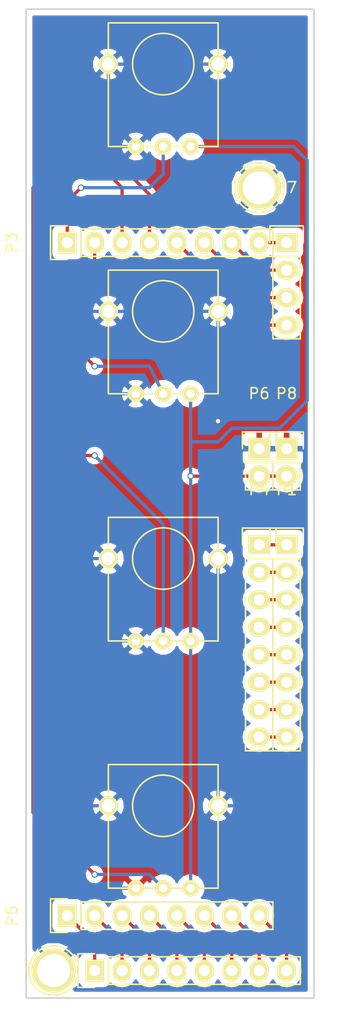
<source format=kicad_pcb>
(kicad_pcb (version 4) (host pcbnew 4.0.2+dfsg1-2~bpo8+1-stable)

  (general
    (links 44)
    (no_connects 0)
    (area 123.114999 49.454999 149.935001 141.045001)
    (thickness 1.6)
    (drawings 5)
    (tracks 116)
    (zones 0)
    (modules 14)
    (nets 27)
  )

  (page A4)
  (title_block
    (title "Module Specific Board")
    (date 2017-07-12)
    (company "Alexandros Drymonitis")
  )

  (layers
    (0 F.Cu signal)
    (31 B.Cu signal)
    (32 B.Adhes user)
    (33 F.Adhes user)
    (34 B.Paste user)
    (35 F.Paste user)
    (36 B.SilkS user)
    (37 F.SilkS user)
    (38 B.Mask user)
    (39 F.Mask user)
    (40 Dwgs.User user)
    (41 Cmts.User user)
    (42 Eco1.User user)
    (43 Eco2.User user)
    (44 Edge.Cuts user)
    (45 Margin user)
    (46 B.CrtYd user)
    (47 F.CrtYd user)
    (48 B.Fab user)
    (49 F.Fab user)
  )

  (setup
    (last_trace_width 0.3)
    (trace_clearance 0.2)
    (zone_clearance 0.508)
    (zone_45_only yes)
    (trace_min 0.2)
    (segment_width 0.2)
    (edge_width 0.15)
    (via_size 0.6)
    (via_drill 0.4)
    (via_min_size 0.5)
    (via_min_drill 0.3)
    (uvia_size 0.3)
    (uvia_drill 0.1)
    (uvias_allowed no)
    (uvia_min_size 0.2)
    (uvia_min_drill 0.1)
    (pcb_text_width 0.3)
    (pcb_text_size 1.5 1.5)
    (mod_edge_width 0.15)
    (mod_text_size 1 1)
    (mod_text_width 0.15)
    (pad_size 1.524 1.524)
    (pad_drill 0.762)
    (pad_to_mask_clearance 0.2)
    (aux_axis_origin 0 0)
    (visible_elements FFFFFF7F)
    (pcbplotparams
      (layerselection 0x00030_80000001)
      (usegerberextensions false)
      (excludeedgelayer true)
      (linewidth 0.050000)
      (plotframeref false)
      (viasonmask false)
      (mode 1)
      (useauxorigin false)
      (hpglpennumber 1)
      (hpglpenspeed 20)
      (hpglpendiameter 15)
      (hpglpenoverlay 2)
      (psnegative false)
      (psa4output false)
      (plotreference true)
      (plotvalue true)
      (plotinvisibletext false)
      (padsonsilk false)
      (subtractmaskfromsilk false)
      (outputformat 1)
      (mirror false)
      (drillshape 1)
      (scaleselection 1)
      (outputdirectory ""))
  )

  (net 0 "")
  (net 1 /POT1)
  (net 2 GND)
  (net 3 VCC)
  (net 4 /POT2)
  (net 5 /POT3)
  (net 6 /POT4)
  (net 7 "Net-(P1-Pad1)")
  (net 8 "Net-(P1-Pad2)")
  (net 9 "Net-(P1-Pad3)")
  (net 10 "Net-(P1-Pad4)")
  (net 11 "Net-(P1-Pad5)")
  (net 12 "Net-(P1-Pad6)")
  (net 13 "Net-(P1-Pad7)")
  (net 14 "Net-(P1-Pad8)")
  (net 15 "Net-(P2-Pad1)")
  (net 16 "Net-(P2-Pad2)")
  (net 17 "Net-(P2-Pad3)")
  (net 18 "Net-(P2-Pad4)")
  (net 19 "Net-(P2-Pad5)")
  (net 20 "Net-(P2-Pad6)")
  (net 21 "Net-(P2-Pad7)")
  (net 22 "Net-(P2-Pad8)")
  (net 23 "Net-(P3-Pad5)")
  (net 24 "Net-(P3-Pad6)")
  (net 25 "Net-(P3-Pad7)")
  (net 26 "Net-(P3-Pad8)")

  (net_class Default "This is the default net class."
    (clearance 0.2)
    (trace_width 0.3)
    (via_dia 0.6)
    (via_drill 0.4)
    (uvia_dia 0.3)
    (uvia_drill 0.1)
    (add_net /POT1)
    (add_net /POT2)
    (add_net /POT3)
    (add_net /POT4)
    (add_net GND)
    (add_net "Net-(P1-Pad1)")
    (add_net "Net-(P1-Pad2)")
    (add_net "Net-(P1-Pad3)")
    (add_net "Net-(P1-Pad4)")
    (add_net "Net-(P1-Pad5)")
    (add_net "Net-(P1-Pad6)")
    (add_net "Net-(P1-Pad7)")
    (add_net "Net-(P1-Pad8)")
    (add_net "Net-(P2-Pad1)")
    (add_net "Net-(P2-Pad2)")
    (add_net "Net-(P2-Pad3)")
    (add_net "Net-(P2-Pad4)")
    (add_net "Net-(P2-Pad5)")
    (add_net "Net-(P2-Pad6)")
    (add_net "Net-(P2-Pad7)")
    (add_net "Net-(P2-Pad8)")
    (add_net "Net-(P3-Pad5)")
    (add_net "Net-(P3-Pad6)")
    (add_net "Net-(P3-Pad7)")
    (add_net "Net-(P3-Pad8)")
    (add_net VCC)
  )

  (module Pin_Headers:Pin_Header_Straight_1x08 (layer F.Cu) (tedit 0) (tstamp 5965F0E5)
    (at 147.32 99.06)
    (descr "Through hole pin header")
    (tags "pin header")
    (path /5965E970)
    (fp_text reference P1 (at 0 -5.1) (layer F.SilkS)
      (effects (font (size 1 1) (thickness 0.15)))
    )
    (fp_text value CONN_01X08 (at 0 -3.1) (layer F.Fab)
      (effects (font (size 1 1) (thickness 0.15)))
    )
    (fp_line (start -1.75 -1.75) (end -1.75 19.55) (layer F.CrtYd) (width 0.05))
    (fp_line (start 1.75 -1.75) (end 1.75 19.55) (layer F.CrtYd) (width 0.05))
    (fp_line (start -1.75 -1.75) (end 1.75 -1.75) (layer F.CrtYd) (width 0.05))
    (fp_line (start -1.75 19.55) (end 1.75 19.55) (layer F.CrtYd) (width 0.05))
    (fp_line (start 1.27 1.27) (end 1.27 19.05) (layer F.SilkS) (width 0.15))
    (fp_line (start 1.27 19.05) (end -1.27 19.05) (layer F.SilkS) (width 0.15))
    (fp_line (start -1.27 19.05) (end -1.27 1.27) (layer F.SilkS) (width 0.15))
    (fp_line (start 1.55 -1.55) (end 1.55 0) (layer F.SilkS) (width 0.15))
    (fp_line (start 1.27 1.27) (end -1.27 1.27) (layer F.SilkS) (width 0.15))
    (fp_line (start -1.55 0) (end -1.55 -1.55) (layer F.SilkS) (width 0.15))
    (fp_line (start -1.55 -1.55) (end 1.55 -1.55) (layer F.SilkS) (width 0.15))
    (pad 1 thru_hole rect (at 0 0) (size 2.032 1.7272) (drill 1.016) (layers *.Cu *.Mask F.SilkS)
      (net 7 "Net-(P1-Pad1)"))
    (pad 2 thru_hole oval (at 0 2.54) (size 2.032 1.7272) (drill 1.016) (layers *.Cu *.Mask F.SilkS)
      (net 8 "Net-(P1-Pad2)"))
    (pad 3 thru_hole oval (at 0 5.08) (size 2.032 1.7272) (drill 1.016) (layers *.Cu *.Mask F.SilkS)
      (net 9 "Net-(P1-Pad3)"))
    (pad 4 thru_hole oval (at 0 7.62) (size 2.032 1.7272) (drill 1.016) (layers *.Cu *.Mask F.SilkS)
      (net 10 "Net-(P1-Pad4)"))
    (pad 5 thru_hole oval (at 0 10.16) (size 2.032 1.7272) (drill 1.016) (layers *.Cu *.Mask F.SilkS)
      (net 11 "Net-(P1-Pad5)"))
    (pad 6 thru_hole oval (at 0 12.7) (size 2.032 1.7272) (drill 1.016) (layers *.Cu *.Mask F.SilkS)
      (net 12 "Net-(P1-Pad6)"))
    (pad 7 thru_hole oval (at 0 15.24) (size 2.032 1.7272) (drill 1.016) (layers *.Cu *.Mask F.SilkS)
      (net 13 "Net-(P1-Pad7)"))
    (pad 8 thru_hole oval (at 0 17.78) (size 2.032 1.7272) (drill 1.016) (layers *.Cu *.Mask F.SilkS)
      (net 14 "Net-(P1-Pad8)"))
    (model Pin_Headers.3dshapes/Pin_Header_Straight_1x08.wrl
      (at (xyz 0 -0.35 0))
      (scale (xyz 1 1 1))
      (rotate (xyz 0 0 90))
    )
  )

  (module Pin_Headers:Pin_Header_Straight_1x08 (layer F.Cu) (tedit 0) (tstamp 5965F0F1)
    (at 129.54 138.43 90)
    (descr "Through hole pin header")
    (tags "pin header")
    (path /5965E9A2)
    (fp_text reference P2 (at 0 -5.1 90) (layer F.SilkS)
      (effects (font (size 1 1) (thickness 0.15)))
    )
    (fp_text value CONN_01X08 (at 0 -3.1 90) (layer F.Fab)
      (effects (font (size 1 1) (thickness 0.15)))
    )
    (fp_line (start -1.75 -1.75) (end -1.75 19.55) (layer F.CrtYd) (width 0.05))
    (fp_line (start 1.75 -1.75) (end 1.75 19.55) (layer F.CrtYd) (width 0.05))
    (fp_line (start -1.75 -1.75) (end 1.75 -1.75) (layer F.CrtYd) (width 0.05))
    (fp_line (start -1.75 19.55) (end 1.75 19.55) (layer F.CrtYd) (width 0.05))
    (fp_line (start 1.27 1.27) (end 1.27 19.05) (layer F.SilkS) (width 0.15))
    (fp_line (start 1.27 19.05) (end -1.27 19.05) (layer F.SilkS) (width 0.15))
    (fp_line (start -1.27 19.05) (end -1.27 1.27) (layer F.SilkS) (width 0.15))
    (fp_line (start 1.55 -1.55) (end 1.55 0) (layer F.SilkS) (width 0.15))
    (fp_line (start 1.27 1.27) (end -1.27 1.27) (layer F.SilkS) (width 0.15))
    (fp_line (start -1.55 0) (end -1.55 -1.55) (layer F.SilkS) (width 0.15))
    (fp_line (start -1.55 -1.55) (end 1.55 -1.55) (layer F.SilkS) (width 0.15))
    (pad 1 thru_hole rect (at 0 0 90) (size 2.032 1.7272) (drill 1.016) (layers *.Cu *.Mask F.SilkS)
      (net 15 "Net-(P2-Pad1)"))
    (pad 2 thru_hole oval (at 0 2.54 90) (size 2.032 1.7272) (drill 1.016) (layers *.Cu *.Mask F.SilkS)
      (net 16 "Net-(P2-Pad2)"))
    (pad 3 thru_hole oval (at 0 5.08 90) (size 2.032 1.7272) (drill 1.016) (layers *.Cu *.Mask F.SilkS)
      (net 17 "Net-(P2-Pad3)"))
    (pad 4 thru_hole oval (at 0 7.62 90) (size 2.032 1.7272) (drill 1.016) (layers *.Cu *.Mask F.SilkS)
      (net 18 "Net-(P2-Pad4)"))
    (pad 5 thru_hole oval (at 0 10.16 90) (size 2.032 1.7272) (drill 1.016) (layers *.Cu *.Mask F.SilkS)
      (net 19 "Net-(P2-Pad5)"))
    (pad 6 thru_hole oval (at 0 12.7 90) (size 2.032 1.7272) (drill 1.016) (layers *.Cu *.Mask F.SilkS)
      (net 20 "Net-(P2-Pad6)"))
    (pad 7 thru_hole oval (at 0 15.24 90) (size 2.032 1.7272) (drill 1.016) (layers *.Cu *.Mask F.SilkS)
      (net 21 "Net-(P2-Pad7)"))
    (pad 8 thru_hole oval (at 0 17.78 90) (size 2.032 1.7272) (drill 1.016) (layers *.Cu *.Mask F.SilkS)
      (net 22 "Net-(P2-Pad8)"))
    (model Pin_Headers.3dshapes/Pin_Header_Straight_1x08.wrl
      (at (xyz 0 -0.35 0))
      (scale (xyz 1 1 1))
      (rotate (xyz 0 0 90))
    )
  )

  (module Pin_Headers:Pin_Header_Straight_1x08 (layer F.Cu) (tedit 0) (tstamp 5965F0FD)
    (at 127 71.12 90)
    (descr "Through hole pin header")
    (tags "pin header")
    (path /5965E8CA)
    (fp_text reference P3 (at 0 -5.1 90) (layer F.SilkS)
      (effects (font (size 1 1) (thickness 0.15)))
    )
    (fp_text value CONN_01X08 (at 0 -3.1 90) (layer F.Fab)
      (effects (font (size 1 1) (thickness 0.15)))
    )
    (fp_line (start -1.75 -1.75) (end -1.75 19.55) (layer F.CrtYd) (width 0.05))
    (fp_line (start 1.75 -1.75) (end 1.75 19.55) (layer F.CrtYd) (width 0.05))
    (fp_line (start -1.75 -1.75) (end 1.75 -1.75) (layer F.CrtYd) (width 0.05))
    (fp_line (start -1.75 19.55) (end 1.75 19.55) (layer F.CrtYd) (width 0.05))
    (fp_line (start 1.27 1.27) (end 1.27 19.05) (layer F.SilkS) (width 0.15))
    (fp_line (start 1.27 19.05) (end -1.27 19.05) (layer F.SilkS) (width 0.15))
    (fp_line (start -1.27 19.05) (end -1.27 1.27) (layer F.SilkS) (width 0.15))
    (fp_line (start 1.55 -1.55) (end 1.55 0) (layer F.SilkS) (width 0.15))
    (fp_line (start 1.27 1.27) (end -1.27 1.27) (layer F.SilkS) (width 0.15))
    (fp_line (start -1.55 0) (end -1.55 -1.55) (layer F.SilkS) (width 0.15))
    (fp_line (start -1.55 -1.55) (end 1.55 -1.55) (layer F.SilkS) (width 0.15))
    (pad 1 thru_hole rect (at 0 0 90) (size 2.032 1.7272) (drill 1.016) (layers *.Cu *.Mask F.SilkS)
      (net 1 /POT1))
    (pad 2 thru_hole oval (at 0 2.54 90) (size 2.032 1.7272) (drill 1.016) (layers *.Cu *.Mask F.SilkS)
      (net 4 /POT2))
    (pad 3 thru_hole oval (at 0 5.08 90) (size 2.032 1.7272) (drill 1.016) (layers *.Cu *.Mask F.SilkS)
      (net 5 /POT3))
    (pad 4 thru_hole oval (at 0 7.62 90) (size 2.032 1.7272) (drill 1.016) (layers *.Cu *.Mask F.SilkS)
      (net 6 /POT4))
    (pad 5 thru_hole oval (at 0 10.16 90) (size 2.032 1.7272) (drill 1.016) (layers *.Cu *.Mask F.SilkS)
      (net 23 "Net-(P3-Pad5)"))
    (pad 6 thru_hole oval (at 0 12.7 90) (size 2.032 1.7272) (drill 1.016) (layers *.Cu *.Mask F.SilkS)
      (net 24 "Net-(P3-Pad6)"))
    (pad 7 thru_hole oval (at 0 15.24 90) (size 2.032 1.7272) (drill 1.016) (layers *.Cu *.Mask F.SilkS)
      (net 25 "Net-(P3-Pad7)"))
    (pad 8 thru_hole oval (at 0 17.78 90) (size 2.032 1.7272) (drill 1.016) (layers *.Cu *.Mask F.SilkS)
      (net 26 "Net-(P3-Pad8)"))
    (model Pin_Headers.3dshapes/Pin_Header_Straight_1x08.wrl
      (at (xyz 0 -0.35 0))
      (scale (xyz 1 1 1))
      (rotate (xyz 0 0 90))
    )
  )

  (module Pin_Headers:Pin_Header_Straight_1x08 (layer F.Cu) (tedit 0) (tstamp 5965F109)
    (at 144.78 99.06)
    (descr "Through hole pin header")
    (tags "pin header")
    (path /5965E91D)
    (fp_text reference P4 (at 0 -5.1) (layer F.SilkS)
      (effects (font (size 1 1) (thickness 0.15)))
    )
    (fp_text value CONN_01X08 (at 0 -3.1) (layer F.Fab)
      (effects (font (size 1 1) (thickness 0.15)))
    )
    (fp_line (start -1.75 -1.75) (end -1.75 19.55) (layer F.CrtYd) (width 0.05))
    (fp_line (start 1.75 -1.75) (end 1.75 19.55) (layer F.CrtYd) (width 0.05))
    (fp_line (start -1.75 -1.75) (end 1.75 -1.75) (layer F.CrtYd) (width 0.05))
    (fp_line (start -1.75 19.55) (end 1.75 19.55) (layer F.CrtYd) (width 0.05))
    (fp_line (start 1.27 1.27) (end 1.27 19.05) (layer F.SilkS) (width 0.15))
    (fp_line (start 1.27 19.05) (end -1.27 19.05) (layer F.SilkS) (width 0.15))
    (fp_line (start -1.27 19.05) (end -1.27 1.27) (layer F.SilkS) (width 0.15))
    (fp_line (start 1.55 -1.55) (end 1.55 0) (layer F.SilkS) (width 0.15))
    (fp_line (start 1.27 1.27) (end -1.27 1.27) (layer F.SilkS) (width 0.15))
    (fp_line (start -1.55 0) (end -1.55 -1.55) (layer F.SilkS) (width 0.15))
    (fp_line (start -1.55 -1.55) (end 1.55 -1.55) (layer F.SilkS) (width 0.15))
    (pad 1 thru_hole rect (at 0 0) (size 2.032 1.7272) (drill 1.016) (layers *.Cu *.Mask F.SilkS)
      (net 7 "Net-(P1-Pad1)"))
    (pad 2 thru_hole oval (at 0 2.54) (size 2.032 1.7272) (drill 1.016) (layers *.Cu *.Mask F.SilkS)
      (net 8 "Net-(P1-Pad2)"))
    (pad 3 thru_hole oval (at 0 5.08) (size 2.032 1.7272) (drill 1.016) (layers *.Cu *.Mask F.SilkS)
      (net 9 "Net-(P1-Pad3)"))
    (pad 4 thru_hole oval (at 0 7.62) (size 2.032 1.7272) (drill 1.016) (layers *.Cu *.Mask F.SilkS)
      (net 10 "Net-(P1-Pad4)"))
    (pad 5 thru_hole oval (at 0 10.16) (size 2.032 1.7272) (drill 1.016) (layers *.Cu *.Mask F.SilkS)
      (net 11 "Net-(P1-Pad5)"))
    (pad 6 thru_hole oval (at 0 12.7) (size 2.032 1.7272) (drill 1.016) (layers *.Cu *.Mask F.SilkS)
      (net 12 "Net-(P1-Pad6)"))
    (pad 7 thru_hole oval (at 0 15.24) (size 2.032 1.7272) (drill 1.016) (layers *.Cu *.Mask F.SilkS)
      (net 13 "Net-(P1-Pad7)"))
    (pad 8 thru_hole oval (at 0 17.78) (size 2.032 1.7272) (drill 1.016) (layers *.Cu *.Mask F.SilkS)
      (net 14 "Net-(P1-Pad8)"))
    (model Pin_Headers.3dshapes/Pin_Header_Straight_1x08.wrl
      (at (xyz 0 -0.35 0))
      (scale (xyz 1 1 1))
      (rotate (xyz 0 0 90))
    )
  )

  (module Pin_Headers:Pin_Header_Straight_1x08 (layer F.Cu) (tedit 0) (tstamp 5965F115)
    (at 127 133.35 90)
    (descr "Through hole pin header")
    (tags "pin header")
    (path /5965E93F)
    (fp_text reference P5 (at 0 -5.1 90) (layer F.SilkS)
      (effects (font (size 1 1) (thickness 0.15)))
    )
    (fp_text value CONN_01X08 (at 0 -3.1 90) (layer F.Fab)
      (effects (font (size 1 1) (thickness 0.15)))
    )
    (fp_line (start -1.75 -1.75) (end -1.75 19.55) (layer F.CrtYd) (width 0.05))
    (fp_line (start 1.75 -1.75) (end 1.75 19.55) (layer F.CrtYd) (width 0.05))
    (fp_line (start -1.75 -1.75) (end 1.75 -1.75) (layer F.CrtYd) (width 0.05))
    (fp_line (start -1.75 19.55) (end 1.75 19.55) (layer F.CrtYd) (width 0.05))
    (fp_line (start 1.27 1.27) (end 1.27 19.05) (layer F.SilkS) (width 0.15))
    (fp_line (start 1.27 19.05) (end -1.27 19.05) (layer F.SilkS) (width 0.15))
    (fp_line (start -1.27 19.05) (end -1.27 1.27) (layer F.SilkS) (width 0.15))
    (fp_line (start 1.55 -1.55) (end 1.55 0) (layer F.SilkS) (width 0.15))
    (fp_line (start 1.27 1.27) (end -1.27 1.27) (layer F.SilkS) (width 0.15))
    (fp_line (start -1.55 0) (end -1.55 -1.55) (layer F.SilkS) (width 0.15))
    (fp_line (start -1.55 -1.55) (end 1.55 -1.55) (layer F.SilkS) (width 0.15))
    (pad 1 thru_hole rect (at 0 0 90) (size 2.032 1.7272) (drill 1.016) (layers *.Cu *.Mask F.SilkS)
      (net 15 "Net-(P2-Pad1)"))
    (pad 2 thru_hole oval (at 0 2.54 90) (size 2.032 1.7272) (drill 1.016) (layers *.Cu *.Mask F.SilkS)
      (net 16 "Net-(P2-Pad2)"))
    (pad 3 thru_hole oval (at 0 5.08 90) (size 2.032 1.7272) (drill 1.016) (layers *.Cu *.Mask F.SilkS)
      (net 17 "Net-(P2-Pad3)"))
    (pad 4 thru_hole oval (at 0 7.62 90) (size 2.032 1.7272) (drill 1.016) (layers *.Cu *.Mask F.SilkS)
      (net 18 "Net-(P2-Pad4)"))
    (pad 5 thru_hole oval (at 0 10.16 90) (size 2.032 1.7272) (drill 1.016) (layers *.Cu *.Mask F.SilkS)
      (net 19 "Net-(P2-Pad5)"))
    (pad 6 thru_hole oval (at 0 12.7 90) (size 2.032 1.7272) (drill 1.016) (layers *.Cu *.Mask F.SilkS)
      (net 20 "Net-(P2-Pad6)"))
    (pad 7 thru_hole oval (at 0 15.24 90) (size 2.032 1.7272) (drill 1.016) (layers *.Cu *.Mask F.SilkS)
      (net 21 "Net-(P2-Pad7)"))
    (pad 8 thru_hole oval (at 0 17.78 90) (size 2.032 1.7272) (drill 1.016) (layers *.Cu *.Mask F.SilkS)
      (net 22 "Net-(P2-Pad8)"))
    (model Pin_Headers.3dshapes/Pin_Header_Straight_1x08.wrl
      (at (xyz 0 -0.35 0))
      (scale (xyz 1 1 1))
      (rotate (xyz 0 0 90))
    )
  )

  (module Pin_Headers:Pin_Header_Straight_1x02 (layer F.Cu) (tedit 54EA090C) (tstamp 5965F11B)
    (at 144.78 90.17)
    (descr "Through hole pin header")
    (tags "pin header")
    (path /5965E87A)
    (fp_text reference P6 (at 0 -5.1) (layer F.SilkS)
      (effects (font (size 1 1) (thickness 0.15)))
    )
    (fp_text value CONN_01X02 (at 0 -3.1) (layer F.Fab)
      (effects (font (size 1 1) (thickness 0.15)))
    )
    (fp_line (start 1.27 1.27) (end 1.27 3.81) (layer F.SilkS) (width 0.15))
    (fp_line (start 1.55 -1.55) (end 1.55 0) (layer F.SilkS) (width 0.15))
    (fp_line (start -1.75 -1.75) (end -1.75 4.3) (layer F.CrtYd) (width 0.05))
    (fp_line (start 1.75 -1.75) (end 1.75 4.3) (layer F.CrtYd) (width 0.05))
    (fp_line (start -1.75 -1.75) (end 1.75 -1.75) (layer F.CrtYd) (width 0.05))
    (fp_line (start -1.75 4.3) (end 1.75 4.3) (layer F.CrtYd) (width 0.05))
    (fp_line (start 1.27 1.27) (end -1.27 1.27) (layer F.SilkS) (width 0.15))
    (fp_line (start -1.55 0) (end -1.55 -1.55) (layer F.SilkS) (width 0.15))
    (fp_line (start -1.55 -1.55) (end 1.55 -1.55) (layer F.SilkS) (width 0.15))
    (fp_line (start -1.27 1.27) (end -1.27 3.81) (layer F.SilkS) (width 0.15))
    (fp_line (start -1.27 3.81) (end 1.27 3.81) (layer F.SilkS) (width 0.15))
    (pad 1 thru_hole rect (at 0 0) (size 2.032 2.032) (drill 1.016) (layers *.Cu *.Mask F.SilkS)
      (net 2 GND))
    (pad 2 thru_hole oval (at 0 2.54) (size 2.032 2.032) (drill 1.016) (layers *.Cu *.Mask F.SilkS)
      (net 3 VCC))
    (model Pin_Headers.3dshapes/Pin_Header_Straight_1x02.wrl
      (at (xyz 0 -0.05 0))
      (scale (xyz 1 1 1))
      (rotate (xyz 0 0 90))
    )
  )

  (module Pin_Headers:Pin_Header_Straight_1x04 (layer F.Cu) (tedit 0) (tstamp 5965F123)
    (at 147.32 71.12)
    (descr "Through hole pin header")
    (tags "pin header")
    (path /5965F62B)
    (fp_text reference P7 (at 0 -5.1) (layer F.SilkS)
      (effects (font (size 1 1) (thickness 0.15)))
    )
    (fp_text value CONN_01X04 (at 0 -3.1) (layer F.Fab)
      (effects (font (size 1 1) (thickness 0.15)))
    )
    (fp_line (start -1.75 -1.75) (end -1.75 9.4) (layer F.CrtYd) (width 0.05))
    (fp_line (start 1.75 -1.75) (end 1.75 9.4) (layer F.CrtYd) (width 0.05))
    (fp_line (start -1.75 -1.75) (end 1.75 -1.75) (layer F.CrtYd) (width 0.05))
    (fp_line (start -1.75 9.4) (end 1.75 9.4) (layer F.CrtYd) (width 0.05))
    (fp_line (start -1.27 1.27) (end -1.27 8.89) (layer F.SilkS) (width 0.15))
    (fp_line (start 1.27 1.27) (end 1.27 8.89) (layer F.SilkS) (width 0.15))
    (fp_line (start 1.55 -1.55) (end 1.55 0) (layer F.SilkS) (width 0.15))
    (fp_line (start -1.27 8.89) (end 1.27 8.89) (layer F.SilkS) (width 0.15))
    (fp_line (start 1.27 1.27) (end -1.27 1.27) (layer F.SilkS) (width 0.15))
    (fp_line (start -1.55 0) (end -1.55 -1.55) (layer F.SilkS) (width 0.15))
    (fp_line (start -1.55 -1.55) (end 1.55 -1.55) (layer F.SilkS) (width 0.15))
    (pad 1 thru_hole rect (at 0 0) (size 2.032 1.7272) (drill 1.016) (layers *.Cu *.Mask F.SilkS)
      (net 26 "Net-(P3-Pad8)"))
    (pad 2 thru_hole oval (at 0 2.54) (size 2.032 1.7272) (drill 1.016) (layers *.Cu *.Mask F.SilkS)
      (net 25 "Net-(P3-Pad7)"))
    (pad 3 thru_hole oval (at 0 5.08) (size 2.032 1.7272) (drill 1.016) (layers *.Cu *.Mask F.SilkS)
      (net 24 "Net-(P3-Pad6)"))
    (pad 4 thru_hole oval (at 0 7.62) (size 2.032 1.7272) (drill 1.016) (layers *.Cu *.Mask F.SilkS)
      (net 23 "Net-(P3-Pad5)"))
    (model Pin_Headers.3dshapes/Pin_Header_Straight_1x04.wrl
      (at (xyz 0 -0.15 0))
      (scale (xyz 1 1 1))
      (rotate (xyz 0 0 90))
    )
  )

  (module Pin_Headers:Pin_Header_Straight_1x02 (layer F.Cu) (tedit 54EA090C) (tstamp 5965F129)
    (at 147.32 90.17)
    (descr "Through hole pin header")
    (tags "pin header")
    (path /5965FBC8)
    (fp_text reference P8 (at 0 -5.1) (layer F.SilkS)
      (effects (font (size 1 1) (thickness 0.15)))
    )
    (fp_text value CONN_01X02 (at 0 -3.1) (layer F.Fab)
      (effects (font (size 1 1) (thickness 0.15)))
    )
    (fp_line (start 1.27 1.27) (end 1.27 3.81) (layer F.SilkS) (width 0.15))
    (fp_line (start 1.55 -1.55) (end 1.55 0) (layer F.SilkS) (width 0.15))
    (fp_line (start -1.75 -1.75) (end -1.75 4.3) (layer F.CrtYd) (width 0.05))
    (fp_line (start 1.75 -1.75) (end 1.75 4.3) (layer F.CrtYd) (width 0.05))
    (fp_line (start -1.75 -1.75) (end 1.75 -1.75) (layer F.CrtYd) (width 0.05))
    (fp_line (start -1.75 4.3) (end 1.75 4.3) (layer F.CrtYd) (width 0.05))
    (fp_line (start 1.27 1.27) (end -1.27 1.27) (layer F.SilkS) (width 0.15))
    (fp_line (start -1.55 0) (end -1.55 -1.55) (layer F.SilkS) (width 0.15))
    (fp_line (start -1.55 -1.55) (end 1.55 -1.55) (layer F.SilkS) (width 0.15))
    (fp_line (start -1.27 1.27) (end -1.27 3.81) (layer F.SilkS) (width 0.15))
    (fp_line (start -1.27 3.81) (end 1.27 3.81) (layer F.SilkS) (width 0.15))
    (pad 1 thru_hole rect (at 0 0) (size 2.032 2.032) (drill 1.016) (layers *.Cu *.Mask F.SilkS)
      (net 2 GND))
    (pad 2 thru_hole oval (at 0 2.54) (size 2.032 2.032) (drill 1.016) (layers *.Cu *.Mask F.SilkS)
      (net 3 VCC))
    (model Pin_Headers.3dshapes/Pin_Header_Straight_1x02.wrl
      (at (xyz 0 -0.05 0))
      (scale (xyz 1 1 1))
      (rotate (xyz 0 0 90))
    )
  )

  (module pot:Pot (layer F.Cu) (tedit 596B6B29) (tstamp 596B6C43)
    (at 135.89 54.61)
    (path /5965F4E3)
    (fp_text reference J1 (at 0 10.16) (layer F.SilkS) hide
      (effects (font (size 1 1) (thickness 0.15)))
    )
    (fp_text value Pot (at 0 -5.08) (layer F.Fab)
      (effects (font (size 1 1) (thickness 0.15)))
    )
    (fp_circle (center 0 0) (end 2.54 1.27) (layer F.SilkS) (width 0.15))
    (fp_line (start 5.08 -3.81) (end 5.08 7.62) (layer F.SilkS) (width 0.15))
    (fp_line (start 5.08 7.62) (end -5.08 7.62) (layer F.SilkS) (width 0.15))
    (fp_line (start -5.08 7.62) (end -5.08 -3.81) (layer F.SilkS) (width 0.15))
    (fp_line (start -5.08 -3.81) (end 5.08 -3.81) (layer F.SilkS) (width 0.15))
    (pad 2 thru_hole circle (at 0 7.62) (size 1.524 1.524) (drill 0.762) (layers *.Cu *.Mask F.SilkS)
      (net 1 /POT1))
    (pad 1 thru_hole circle (at -2.54 7.62) (size 1.524 1.524) (drill 0.762) (layers *.Cu *.Mask F.SilkS)
      (net 2 GND))
    (pad 3 thru_hole circle (at 2.54 7.62) (size 1.524 1.524) (drill 0.762) (layers *.Cu *.Mask F.SilkS)
      (net 3 VCC))
    (pad 4 thru_hole circle (at 5.08 0) (size 1.8 1.8) (drill 1.2) (layers *.Cu *.Mask F.SilkS)
      (net 2 GND))
    (pad 5 thru_hole circle (at -5.08 0) (size 1.8 1.8) (drill 1.2) (layers *.Cu *.Mask F.SilkS)
      (net 2 GND))
  )

  (module pot:Pot (layer F.Cu) (tedit 596B6B29) (tstamp 596B6C50)
    (at 135.89 77.47)
    (path /5965F575)
    (fp_text reference J2 (at 0 10.16) (layer F.SilkS) hide
      (effects (font (size 1 1) (thickness 0.15)))
    )
    (fp_text value Pot (at 0 -5.08) (layer F.Fab)
      (effects (font (size 1 1) (thickness 0.15)))
    )
    (fp_circle (center 0 0) (end 2.54 1.27) (layer F.SilkS) (width 0.15))
    (fp_line (start 5.08 -3.81) (end 5.08 7.62) (layer F.SilkS) (width 0.15))
    (fp_line (start 5.08 7.62) (end -5.08 7.62) (layer F.SilkS) (width 0.15))
    (fp_line (start -5.08 7.62) (end -5.08 -3.81) (layer F.SilkS) (width 0.15))
    (fp_line (start -5.08 -3.81) (end 5.08 -3.81) (layer F.SilkS) (width 0.15))
    (pad 2 thru_hole circle (at 0 7.62) (size 1.524 1.524) (drill 0.762) (layers *.Cu *.Mask F.SilkS)
      (net 4 /POT2))
    (pad 1 thru_hole circle (at -2.54 7.62) (size 1.524 1.524) (drill 0.762) (layers *.Cu *.Mask F.SilkS)
      (net 2 GND))
    (pad 3 thru_hole circle (at 2.54 7.62) (size 1.524 1.524) (drill 0.762) (layers *.Cu *.Mask F.SilkS)
      (net 3 VCC))
    (pad 4 thru_hole circle (at 5.08 0) (size 1.8 1.8) (drill 1.2) (layers *.Cu *.Mask F.SilkS)
      (net 2 GND))
    (pad 5 thru_hole circle (at -5.08 0) (size 1.8 1.8) (drill 1.2) (layers *.Cu *.Mask F.SilkS)
      (net 2 GND))
  )

  (module pot:Pot (layer F.Cu) (tedit 596B6B29) (tstamp 596B6C5D)
    (at 135.89 100.33)
    (path /5965F5BA)
    (fp_text reference J3 (at 0 10.16) (layer F.SilkS) hide
      (effects (font (size 1 1) (thickness 0.15)))
    )
    (fp_text value Pot (at 0 -5.08) (layer F.Fab)
      (effects (font (size 1 1) (thickness 0.15)))
    )
    (fp_circle (center 0 0) (end 2.54 1.27) (layer F.SilkS) (width 0.15))
    (fp_line (start 5.08 -3.81) (end 5.08 7.62) (layer F.SilkS) (width 0.15))
    (fp_line (start 5.08 7.62) (end -5.08 7.62) (layer F.SilkS) (width 0.15))
    (fp_line (start -5.08 7.62) (end -5.08 -3.81) (layer F.SilkS) (width 0.15))
    (fp_line (start -5.08 -3.81) (end 5.08 -3.81) (layer F.SilkS) (width 0.15))
    (pad 2 thru_hole circle (at 0 7.62) (size 1.524 1.524) (drill 0.762) (layers *.Cu *.Mask F.SilkS)
      (net 5 /POT3))
    (pad 1 thru_hole circle (at -2.54 7.62) (size 1.524 1.524) (drill 0.762) (layers *.Cu *.Mask F.SilkS)
      (net 2 GND))
    (pad 3 thru_hole circle (at 2.54 7.62) (size 1.524 1.524) (drill 0.762) (layers *.Cu *.Mask F.SilkS)
      (net 3 VCC))
    (pad 4 thru_hole circle (at 5.08 0) (size 1.8 1.8) (drill 1.2) (layers *.Cu *.Mask F.SilkS)
      (net 2 GND))
    (pad 5 thru_hole circle (at -5.08 0) (size 1.8 1.8) (drill 1.2) (layers *.Cu *.Mask F.SilkS)
      (net 2 GND))
  )

  (module pot:Pot (layer F.Cu) (tedit 596B6B29) (tstamp 596B6C6A)
    (at 135.89 123.19)
    (path /5965F5EE)
    (fp_text reference J4 (at 0 10.16) (layer F.SilkS) hide
      (effects (font (size 1 1) (thickness 0.15)))
    )
    (fp_text value Pot (at 0 -5.08) (layer F.Fab)
      (effects (font (size 1 1) (thickness 0.15)))
    )
    (fp_circle (center 0 0) (end 2.54 1.27) (layer F.SilkS) (width 0.15))
    (fp_line (start 5.08 -3.81) (end 5.08 7.62) (layer F.SilkS) (width 0.15))
    (fp_line (start 5.08 7.62) (end -5.08 7.62) (layer F.SilkS) (width 0.15))
    (fp_line (start -5.08 7.62) (end -5.08 -3.81) (layer F.SilkS) (width 0.15))
    (fp_line (start -5.08 -3.81) (end 5.08 -3.81) (layer F.SilkS) (width 0.15))
    (pad 2 thru_hole circle (at 0 7.62) (size 1.524 1.524) (drill 0.762) (layers *.Cu *.Mask F.SilkS)
      (net 6 /POT4))
    (pad 1 thru_hole circle (at -2.54 7.62) (size 1.524 1.524) (drill 0.762) (layers *.Cu *.Mask F.SilkS)
      (net 2 GND))
    (pad 3 thru_hole circle (at 2.54 7.62) (size 1.524 1.524) (drill 0.762) (layers *.Cu *.Mask F.SilkS)
      (net 3 VCC))
    (pad 4 thru_hole circle (at 5.08 0) (size 1.8 1.8) (drill 1.2) (layers *.Cu *.Mask F.SilkS)
      (net 2 GND))
    (pad 5 thru_hole circle (at -5.08 0) (size 1.8 1.8) (drill 1.2) (layers *.Cu *.Mask F.SilkS)
      (net 2 GND))
  )

  (module drillhole:hole (layer F.Cu) (tedit 5957842A) (tstamp 596B6C77)
    (at 144.78 66.04)
    (descr "module 1 pin (ou trou mecanique de percage)")
    (tags DEV)
    (path /59660760)
    (fp_text reference P9 (at 0 -3.048) (layer F.SilkS) hide
      (effects (font (size 1 1) (thickness 0.15)))
    )
    (fp_text value CONN_01X01 (at 0 2.794) (layer F.Fab)
      (effects (font (size 1 1) (thickness 0.15)))
    )
    (fp_circle (center 0 0) (end 0 -2.286) (layer F.SilkS) (width 0.15))
    (pad 1 thru_hole circle (at 0 0) (size 4.064 4.064) (drill 3.048) (layers *.Cu *.Mask F.SilkS)
      (net 2 GND))
  )

  (module drillhole:hole (layer F.Cu) (tedit 5957842A) (tstamp 596B6C7B)
    (at 125.73 138.43)
    (descr "module 1 pin (ou trou mecanique de percage)")
    (tags DEV)
    (path /596607B8)
    (fp_text reference P10 (at 0 -3.048) (layer F.SilkS) hide
      (effects (font (size 1 1) (thickness 0.15)))
    )
    (fp_text value CONN_01X01 (at 0 2.794) (layer F.Fab)
      (effects (font (size 1 1) (thickness 0.15)))
    )
    (fp_circle (center 0 0) (end 0 -2.286) (layer F.SilkS) (width 0.15))
    (pad 1 thru_hole circle (at 0 0) (size 4.064 4.064) (drill 3.048) (layers *.Cu *.Mask F.SilkS)
      (net 2 GND))
  )

  (gr_text "© Alexandros Drymonitis" (at 148.59 127 270) (layer F.Cu)
    (effects (font (size 0.762 0.762) (thickness 0.1905)))
  )
  (gr_line (start 149.86 140.97) (end 149.86 49.53) (angle 90) (layer Edge.Cuts) (width 0.15))
  (gr_line (start 123.19 140.97) (end 149.86 140.97) (angle 90) (layer Edge.Cuts) (width 0.15))
  (gr_line (start 123.19 49.53) (end 123.19 140.97) (angle 90) (layer Edge.Cuts) (width 0.15))
  (gr_line (start 149.86 49.53) (end 123.19 49.53) (angle 90) (layer Edge.Cuts) (width 0.15))

  (segment (start 135.89 62.865) (end 135.89 64.77) (width 0.3) (layer B.Cu) (net 1) (status 10))
  (segment (start 127 67.31) (end 127 71.12) (width 0.3) (layer F.Cu) (net 1) (tstamp 596611AA))
  (segment (start 128.27 66.04) (end 127 67.31) (width 0.3) (layer F.Cu) (net 1) (tstamp 596611A9))
  (via (at 128.27 66.04) (size 0.6) (drill 0.4) (layers F.Cu B.Cu) (net 1))
  (segment (start 134.62 66.04) (end 128.27 66.04) (width 0.3) (layer B.Cu) (net 1) (tstamp 596611A4))
  (segment (start 135.89 64.77) (end 134.62 66.04) (width 0.3) (layer B.Cu) (net 1) (tstamp 596611A0))
  (segment (start 130.81 54.61) (end 140.97 54.61) (width 0.3) (layer B.Cu) (net 2))
  (segment (start 130.81 54.61) (end 130.81 62.23) (width 0.3) (layer B.Cu) (net 2))
  (segment (start 133.35 62.23) (end 130.81 62.23) (width 0.3) (layer B.Cu) (net 2))
  (segment (start 130.81 62.23) (end 124.46 62.23) (width 0.3) (layer B.Cu) (net 2) (tstamp 596B6CDB))
  (segment (start 124.46 62.23) (end 124.46 68.58) (width 0.3) (layer B.Cu) (net 2) (tstamp 5966141F))
  (segment (start 142.875 68.58) (end 144.78 66.675) (width 0.3) (layer B.Cu) (net 2) (tstamp 59661426))
  (segment (start 124.46 68.58) (end 142.875 68.58) (width 0.3) (layer B.Cu) (net 2) (tstamp 59661424))
  (segment (start 144.78 66.675) (end 144.78 66.04) (width 0.3) (layer B.Cu) (net 2) (tstamp 5966142A))
  (segment (start 124.46 79.375) (end 127.635 79.375) (width 0.3) (layer B.Cu) (net 2) (tstamp 59661382))
  (segment (start 124.46 62.23) (end 124.46 79.375) (width 0.3) (layer B.Cu) (net 2) (tstamp 59661380))
  (segment (start 140.97 100.33) (end 140.97 123.19) (width 0.3) (layer B.Cu) (net 2))
  (segment (start 125.73 138.43) (end 125.73 137.795) (width 0.3) (layer B.Cu) (net 2))
  (segment (start 125.73 137.795) (end 124.46 136.525) (width 0.3) (layer B.Cu) (net 2) (tstamp 59661364))
  (segment (start 124.46 130.81) (end 127.635 130.81) (width 0.3) (layer B.Cu) (net 2) (tstamp 5966136B))
  (segment (start 124.46 136.525) (end 124.46 130.81) (width 0.3) (layer B.Cu) (net 2) (tstamp 59661368))
  (segment (start 140.97 123.19) (end 147.32 123.19) (width 0.3) (layer B.Cu) (net 2))
  (segment (start 147.32 123.19) (end 147.32 135.89) (width 0.3) (layer B.Cu) (net 2) (tstamp 59661358))
  (segment (start 147.32 135.89) (end 127.635 135.89) (width 0.3) (layer B.Cu) (net 2) (tstamp 5966135B))
  (segment (start 127.635 135.89) (end 125.73 137.795) (width 0.3) (layer B.Cu) (net 2) (tstamp 5966135D))
  (segment (start 133.35 130.81) (end 127.635 130.81) (width 0.3) (layer B.Cu) (net 2))
  (segment (start 127.635 130.81) (end 127.635 123.19) (width 0.3) (layer B.Cu) (net 2) (tstamp 59661348))
  (segment (start 130.81 123.19) (end 127.635 123.19) (width 0.3) (layer B.Cu) (net 2))
  (segment (start 127.635 123.19) (end 127.635 107.95) (width 0.3) (layer B.Cu) (net 2) (tstamp 59661343))
  (segment (start 133.35 107.95) (end 127.635 107.95) (width 0.3) (layer B.Cu) (net 2))
  (segment (start 127.635 107.95) (end 127.635 100.33) (width 0.3) (layer B.Cu) (net 2) (tstamp 59661337))
  (segment (start 130.81 100.33) (end 127.635 100.33) (width 0.3) (layer B.Cu) (net 2))
  (segment (start 127.635 100.33) (end 127.635 85.09) (width 0.3) (layer B.Cu) (net 2) (tstamp 59661319))
  (segment (start 130.81 77.47) (end 128.905 77.47) (width 0.3) (layer B.Cu) (net 2))
  (segment (start 127.635 85.09) (end 133.35 85.09) (width 0.3) (layer B.Cu) (net 2) (tstamp 59661309))
  (segment (start 127.635 78.74) (end 127.635 79.375) (width 0.3) (layer B.Cu) (net 2) (tstamp 59661307))
  (segment (start 127.635 79.375) (end 127.635 85.09) (width 0.3) (layer B.Cu) (net 2) (tstamp 5966138C))
  (segment (start 128.905 77.47) (end 127.635 78.74) (width 0.3) (layer B.Cu) (net 2) (tstamp 59661305))
  (segment (start 140.97 77.47) (end 130.81 77.47) (width 0.3) (layer B.Cu) (net 2))
  (segment (start 144.78 90.17) (end 143.51 90.17) (width 0.3) (layer F.Cu) (net 2))
  (segment (start 140.97 87.63) (end 140.97 77.47) (width 0.3) (layer B.Cu) (net 2) (tstamp 596612E3))
  (via (at 140.97 87.63) (size 0.6) (drill 0.4) (layers F.Cu B.Cu) (net 2))
  (segment (start 143.51 90.17) (end 140.97 87.63) (width 0.3) (layer F.Cu) (net 2) (tstamp 596612DD))
  (segment (start 144.78 90.17) (end 147.32 90.17) (width 0.3) (layer F.Cu) (net 2))
  (segment (start 138.43 62.23) (end 147.955 62.23) (width 0.3) (layer B.Cu) (net 3))
  (segment (start 147.955 62.23) (end 149.225 63.5) (width 0.3) (layer B.Cu) (net 3) (tstamp 596612E6))
  (segment (start 149.225 63.5) (end 149.225 85.725) (width 0.3) (layer B.Cu) (net 3) (tstamp 596612E9))
  (segment (start 149.225 85.725) (end 146.685 88.265) (width 0.3) (layer B.Cu) (net 3) (tstamp 596612EF))
  (segment (start 146.685 88.265) (end 142.24 88.265) (width 0.3) (layer B.Cu) (net 3) (tstamp 596612F6))
  (segment (start 142.24 88.265) (end 140.97 89.535) (width 0.3) (layer B.Cu) (net 3) (tstamp 596612F9))
  (segment (start 140.97 89.535) (end 138.43 89.535) (width 0.3) (layer B.Cu) (net 3) (tstamp 596612FB))
  (segment (start 138.43 130.81) (end 138.43 107.95) (width 0.3) (layer B.Cu) (net 3))
  (segment (start 138.43 107.95) (end 138.43 89.535) (width 0.3) (layer B.Cu) (net 3))
  (segment (start 138.43 89.535) (end 138.43 85.09) (width 0.3) (layer B.Cu) (net 3) (tstamp 596612FF))
  (segment (start 144.78 92.71) (end 138.43 92.71) (width 0.3) (layer F.Cu) (net 3))
  (segment (start 138.43 92.71) (end 138.43 85.09) (width 0.3) (layer B.Cu) (net 3) (tstamp 59661291))
  (via (at 138.43 92.71) (size 0.6) (drill 0.4) (layers F.Cu B.Cu) (net 3))
  (segment (start 144.78 92.71) (end 147.32 92.71) (width 0.3) (layer F.Cu) (net 3))
  (segment (start 135.89 85.09) (end 135.89 85.09) (width 0.3) (layer B.Cu) (net 4) (status 20))
  (segment (start 129.54 73.66) (end 129.54 71.12) (width 0.3) (layer F.Cu) (net 4) (tstamp 596611C7))
  (segment (start 128.27 74.93) (end 129.54 73.66) (width 0.3) (layer F.Cu) (net 4) (tstamp 596611C6))
  (segment (start 128.27 81.28) (end 128.27 74.93) (width 0.3) (layer F.Cu) (net 4) (tstamp 596611C5))
  (segment (start 129.54 82.55) (end 128.27 81.28) (width 0.3) (layer F.Cu) (net 4) (tstamp 596611C4))
  (via (at 129.54 82.55) (size 0.6) (drill 0.4) (layers F.Cu B.Cu) (net 4))
  (segment (start 134.62 82.55) (end 129.54 82.55) (width 0.3) (layer B.Cu) (net 4) (tstamp 596611BE))
  (segment (start 135.89 85.09) (end 134.62 82.55) (width 0.3) (layer B.Cu) (net 4) (tstamp 596611BB) (status 10))
  (segment (start 135.89 107.95) (end 135.89 97.155) (width 0.3) (layer B.Cu) (net 5))
  (segment (start 132.08 66.04) (end 132.08 71.12) (width 0.3) (layer F.Cu) (net 5) (tstamp 596613CC))
  (segment (start 130.81 64.77) (end 132.08 66.04) (width 0.3) (layer F.Cu) (net 5) (tstamp 596613CA))
  (segment (start 127 64.77) (end 130.81 64.77) (width 0.3) (layer F.Cu) (net 5) (tstamp 596613C8))
  (segment (start 125.095 66.675) (end 127 64.77) (width 0.3) (layer F.Cu) (net 5) (tstamp 596613C6))
  (segment (start 125.095 89.535) (end 125.095 66.675) (width 0.3) (layer F.Cu) (net 5) (tstamp 596613BE))
  (segment (start 126.365 90.805) (end 125.095 89.535) (width 0.3) (layer F.Cu) (net 5) (tstamp 596613BD))
  (segment (start 129.54 90.805) (end 126.365 90.805) (width 0.3) (layer F.Cu) (net 5) (tstamp 596613BC))
  (via (at 129.54 90.805) (size 0.6) (drill 0.4) (layers F.Cu B.Cu) (net 5))
  (segment (start 135.89 97.155) (end 129.54 90.805) (width 0.3) (layer B.Cu) (net 5) (tstamp 596613B2))
  (segment (start 135.89 130.81) (end 134.62 129.54) (width 0.3) (layer B.Cu) (net 6))
  (segment (start 134.62 66.675) (end 134.62 71.12) (width 0.3) (layer F.Cu) (net 6) (tstamp 59662908))
  (segment (start 131.445 63.5) (end 134.62 66.675) (width 0.3) (layer F.Cu) (net 6) (tstamp 59662901))
  (segment (start 126.365 63.5) (end 131.445 63.5) (width 0.3) (layer F.Cu) (net 6) (tstamp 596628FF))
  (segment (start 123.825 66.04) (end 126.365 63.5) (width 0.3) (layer F.Cu) (net 6) (tstamp 596628F6))
  (segment (start 123.825 123.825) (end 123.825 66.04) (width 0.3) (layer F.Cu) (net 6) (tstamp 596628F4))
  (segment (start 129.54 129.54) (end 123.825 123.825) (width 0.3) (layer F.Cu) (net 6) (tstamp 596628F3))
  (via (at 129.54 129.54) (size 0.6) (drill 0.4) (layers F.Cu B.Cu) (net 6))
  (segment (start 134.62 129.54) (end 129.54 129.54) (width 0.3) (layer B.Cu) (net 6) (tstamp 596628E5))
  (segment (start 144.78 99.06) (end 147.32 99.06) (width 0.3) (layer F.Cu) (net 7))
  (segment (start 144.78 101.6) (end 147.32 101.6) (width 0.3) (layer F.Cu) (net 8))
  (segment (start 144.78 104.14) (end 147.32 104.14) (width 0.3) (layer F.Cu) (net 9))
  (segment (start 144.78 106.68) (end 147.32 106.68) (width 0.3) (layer F.Cu) (net 10))
  (segment (start 144.78 109.22) (end 147.32 109.22) (width 0.3) (layer F.Cu) (net 11))
  (segment (start 144.78 111.76) (end 147.32 111.76) (width 0.3) (layer F.Cu) (net 12))
  (segment (start 144.78 114.3) (end 147.32 114.3) (width 0.3) (layer F.Cu) (net 13))
  (segment (start 144.78 116.84) (end 147.32 116.84) (width 0.3) (layer F.Cu) (net 14))
  (segment (start 127 133.35) (end 129.54 135.89) (width 0.3) (layer F.Cu) (net 15))
  (segment (start 129.54 135.89) (end 129.54 138.43) (width 0.3) (layer F.Cu) (net 15) (tstamp 59661227))
  (segment (start 129.54 133.35) (end 132.08 135.89) (width 0.3) (layer F.Cu) (net 16))
  (segment (start 132.08 135.89) (end 132.08 138.43) (width 0.3) (layer F.Cu) (net 16) (tstamp 59661233))
  (segment (start 132.08 133.35) (end 134.62 135.89) (width 0.3) (layer F.Cu) (net 17))
  (segment (start 134.62 135.89) (end 134.62 138.43) (width 0.3) (layer F.Cu) (net 17) (tstamp 59661236))
  (segment (start 134.62 133.35) (end 137.16 135.89) (width 0.3) (layer F.Cu) (net 18))
  (segment (start 137.16 135.89) (end 137.16 138.43) (width 0.3) (layer F.Cu) (net 18) (tstamp 59661239))
  (segment (start 137.16 133.35) (end 139.7 135.89) (width 0.3) (layer F.Cu) (net 19))
  (segment (start 139.7 135.89) (end 139.7 138.43) (width 0.3) (layer F.Cu) (net 19) (tstamp 5966123C))
  (segment (start 139.7 133.35) (end 142.24 135.89) (width 0.3) (layer F.Cu) (net 20))
  (segment (start 142.24 135.89) (end 142.24 138.43) (width 0.3) (layer F.Cu) (net 20) (tstamp 5966123F))
  (segment (start 142.24 133.35) (end 144.78 135.89) (width 0.3) (layer F.Cu) (net 21))
  (segment (start 144.78 135.89) (end 144.78 138.43) (width 0.3) (layer F.Cu) (net 21) (tstamp 59661242))
  (segment (start 144.78 133.35) (end 147.32 135.89) (width 0.3) (layer F.Cu) (net 22))
  (segment (start 147.32 135.89) (end 147.32 138.43) (width 0.3) (layer F.Cu) (net 22) (tstamp 59661245))
  (segment (start 137.16 71.12) (end 144.78 78.74) (width 0.3) (layer F.Cu) (net 23))
  (segment (start 144.78 78.74) (end 147.32 78.74) (width 0.3) (layer F.Cu) (net 23) (tstamp 59661189))
  (segment (start 139.7 71.12) (end 144.78 76.2) (width 0.3) (layer F.Cu) (net 24))
  (segment (start 144.78 76.2) (end 147.32 76.2) (width 0.3) (layer F.Cu) (net 24) (tstamp 59661178))
  (segment (start 142.24 71.12) (end 144.78 73.66) (width 0.3) (layer F.Cu) (net 25))
  (segment (start 144.78 73.66) (end 147.32 73.66) (width 0.3) (layer F.Cu) (net 25) (tstamp 59661183))
  (segment (start 144.78 71.12) (end 147.32 71.12) (width 0.3) (layer F.Cu) (net 26))

  (zone (net 2) (net_name GND) (layer F.Cu) (tstamp 59662967) (hatch edge 0.508)
    (connect_pads (clearance 0.508))
    (min_thickness 0.254)
    (fill yes (arc_segments 16) (thermal_gap 0.508) (thermal_bridge_width 0.508))
    (polygon
      (pts
        (xy 149.86 140.97) (xy 123.19 140.97) (xy 123.19 49.53) (xy 149.86 49.53) (xy 149.86 140.97)
      )
    )
    (filled_polygon
      (pts
        (xy 149.15 118.958178) (xy 147.32635 118.958178) (xy 147.32635 134.786192) (xy 146.244805 133.704647) (xy 146.2786 133.534745)
        (xy 146.2786 133.165255) (xy 146.164526 132.591766) (xy 145.83967 132.105585) (xy 145.353489 131.780729) (xy 144.78 131.666655)
        (xy 144.206511 131.780729) (xy 143.72033 132.105585) (xy 143.51 132.420366) (xy 143.29967 132.105585) (xy 142.813489 131.780729)
        (xy 142.24 131.666655) (xy 141.666511 131.780729) (xy 141.18033 132.105585) (xy 140.97 132.420366) (xy 140.75967 132.105585)
        (xy 140.273489 131.780729) (xy 139.7 131.666655) (xy 139.511714 131.704107) (xy 139.613629 131.60237) (xy 139.826757 131.0891)
        (xy 139.827242 130.533339) (xy 139.61501 130.019697) (xy 139.22237 129.626371) (xy 138.7091 129.413243) (xy 138.153339 129.412758)
        (xy 137.639697 129.62499) (xy 137.246371 130.01763) (xy 137.160051 130.225512) (xy 137.07501 130.019697) (xy 136.68237 129.626371)
        (xy 136.1691 129.413243) (xy 135.613339 129.412758) (xy 135.099697 129.62499) (xy 134.706371 130.01763) (xy 134.626605 130.209727)
        (xy 134.572397 130.078857) (xy 134.330213 130.009392) (xy 133.529605 130.81) (xy 133.543748 130.824143) (xy 133.364143 131.003748)
        (xy 133.35 130.989605) (xy 133.335858 131.003748) (xy 133.156253 130.824143) (xy 133.170395 130.81) (xy 132.369787 130.009392)
        (xy 132.127603 130.078857) (xy 131.940856 130.602302) (xy 131.968638 131.157368) (xy 132.127603 131.541143) (xy 132.369785 131.610607)
        (xy 132.274957 131.705435) (xy 132.08 131.666655) (xy 131.506511 131.780729) (xy 131.02033 132.105585) (xy 130.81 132.420366)
        (xy 130.59967 132.105585) (xy 130.113489 131.780729) (xy 129.54 131.666655) (xy 128.966511 131.780729) (xy 128.48033 132.105585)
        (xy 128.470757 132.119913) (xy 128.466762 132.098683) (xy 128.32769 131.882559) (xy 128.11549 131.737569) (xy 127.8636 131.68656)
        (xy 126.1364 131.68656) (xy 125.901083 131.730838) (xy 125.684959 131.86991) (xy 125.539969 132.08211) (xy 125.48896 132.334)
        (xy 125.48896 134.366) (xy 125.533238 134.601317) (xy 125.67231 134.817441) (xy 125.88451 134.962431) (xy 126.1364 135.01344)
        (xy 127.553282 135.01344) (xy 128.755 136.215158) (xy 128.755 136.76656) (xy 128.6764 136.76656) (xy 128.441083 136.810838)
        (xy 128.224959 136.94991) (xy 128.089802 137.14772) (xy 128.002168 136.936154) (xy 127.628121 136.711484) (xy 125.909605 138.43)
        (xy 125.923748 138.444143) (xy 125.744143 138.623748) (xy 125.73 138.609605) (xy 125.715858 138.623748) (xy 125.536253 138.444143)
        (xy 125.550395 138.43) (xy 125.536253 138.415858) (xy 125.715858 138.236253) (xy 125.73 138.250395) (xy 127.448516 136.531879)
        (xy 127.223846 136.157832) (xy 126.240612 135.75912) (xy 125.179643 135.767025) (xy 124.236154 136.157832) (xy 124.011485 136.531877)
        (xy 123.9 136.420392) (xy 123.9 125.010158) (xy 128.604847 129.715004) (xy 128.604838 129.725167) (xy 128.746883 130.068943)
        (xy 129.009673 130.332192) (xy 129.353201 130.474838) (xy 129.725167 130.475162) (xy 130.068943 130.333117) (xy 130.332192 130.070327)
        (xy 130.432073 129.829787) (xy 132.549392 129.829787) (xy 133.35 130.630395) (xy 134.150608 129.829787) (xy 134.081143 129.587603)
        (xy 133.557698 129.400856) (xy 133.002632 129.428638) (xy 132.618857 129.587603) (xy 132.549392 129.829787) (xy 130.432073 129.829787)
        (xy 130.474838 129.726799) (xy 130.475162 129.354833) (xy 130.333117 129.011057) (xy 130.070327 128.747808) (xy 129.726799 128.605162)
        (xy 129.715309 128.605152) (xy 125.380317 124.270159) (xy 129.909446 124.270159) (xy 129.995852 124.526643) (xy 130.569336 124.736458)
        (xy 131.17946 124.710839) (xy 131.624148 124.526643) (xy 131.710554 124.270159) (xy 140.069446 124.270159) (xy 140.155852 124.526643)
        (xy 140.729336 124.736458) (xy 141.33946 124.710839) (xy 141.784148 124.526643) (xy 141.870554 124.270159) (xy 140.97 123.369605)
        (xy 140.069446 124.270159) (xy 131.710554 124.270159) (xy 130.81 123.369605) (xy 129.909446 124.270159) (xy 125.380317 124.270159)
        (xy 124.61 123.499842) (xy 124.61 122.949336) (xy 129.263542 122.949336) (xy 129.289161 123.55946) (xy 129.473357 124.004148)
        (xy 129.729841 124.090554) (xy 130.630395 123.19) (xy 130.989605 123.19) (xy 131.890159 124.090554) (xy 132.146643 124.004148)
        (xy 132.356458 123.430664) (xy 132.336248 122.949336) (xy 139.423542 122.949336) (xy 139.449161 123.55946) (xy 139.633357 124.004148)
        (xy 139.889841 124.090554) (xy 140.790395 123.19) (xy 141.149605 123.19) (xy 142.050159 124.090554) (xy 142.306643 124.004148)
        (xy 142.516458 123.430664) (xy 142.490839 122.82054) (xy 142.306643 122.375852) (xy 142.050159 122.289446) (xy 141.149605 123.19)
        (xy 140.790395 123.19) (xy 139.889841 122.289446) (xy 139.633357 122.375852) (xy 139.423542 122.949336) (xy 132.336248 122.949336)
        (xy 132.330839 122.82054) (xy 132.146643 122.375852) (xy 131.890159 122.289446) (xy 130.989605 123.19) (xy 130.630395 123.19)
        (xy 129.729841 122.289446) (xy 129.473357 122.375852) (xy 129.263542 122.949336) (xy 124.61 122.949336) (xy 124.61 122.109841)
        (xy 129.909446 122.109841) (xy 130.81 123.010395) (xy 131.710554 122.109841) (xy 140.069446 122.109841) (xy 140.97 123.010395)
        (xy 141.870554 122.109841) (xy 141.784148 121.853357) (xy 141.210664 121.643542) (xy 140.60054 121.669161) (xy 140.155852 121.853357)
        (xy 140.069446 122.109841) (xy 131.710554 122.109841) (xy 131.624148 121.853357) (xy 131.050664 121.643542) (xy 130.44054 121.669161)
        (xy 129.995852 121.853357) (xy 129.909446 122.109841) (xy 124.61 122.109841) (xy 124.61 108.930213) (xy 132.549392 108.930213)
        (xy 132.618857 109.172397) (xy 133.142302 109.359144) (xy 133.697368 109.331362) (xy 134.081143 109.172397) (xy 134.150608 108.930213)
        (xy 133.35 108.129605) (xy 132.549392 108.930213) (xy 124.61 108.930213) (xy 124.61 107.742302) (xy 131.940856 107.742302)
        (xy 131.968638 108.297368) (xy 132.127603 108.681143) (xy 132.369787 108.750608) (xy 133.170395 107.95) (xy 133.529605 107.95)
        (xy 134.330213 108.750608) (xy 134.572397 108.681143) (xy 134.622509 108.540682) (xy 134.70499 108.740303) (xy 135.09763 109.133629)
        (xy 135.6109 109.346757) (xy 136.166661 109.347242) (xy 136.680303 109.13501) (xy 137.073629 108.74237) (xy 137.159949 108.534488)
        (xy 137.24499 108.740303) (xy 137.63763 109.133629) (xy 138.1509 109.346757) (xy 138.706661 109.347242) (xy 139.220303 109.13501)
        (xy 139.613629 108.74237) (xy 139.826757 108.2291) (xy 139.827242 107.673339) (xy 139.61501 107.159697) (xy 139.22237 106.766371)
        (xy 138.7091 106.553243) (xy 138.153339 106.552758) (xy 137.639697 106.76499) (xy 137.246371 107.15763) (xy 137.160051 107.365512)
        (xy 137.07501 107.159697) (xy 136.68237 106.766371) (xy 136.1691 106.553243) (xy 135.613339 106.552758) (xy 135.099697 106.76499)
        (xy 134.706371 107.15763) (xy 134.626605 107.349727) (xy 134.572397 107.218857) (xy 134.330213 107.149392) (xy 133.529605 107.95)
        (xy 133.170395 107.95) (xy 132.369787 107.149392) (xy 132.127603 107.218857) (xy 131.940856 107.742302) (xy 124.61 107.742302)
        (xy 124.61 106.969787) (xy 132.549392 106.969787) (xy 133.35 107.770395) (xy 134.150608 106.969787) (xy 134.081143 106.727603)
        (xy 133.557698 106.540856) (xy 133.002632 106.568638) (xy 132.618857 106.727603) (xy 132.549392 106.969787) (xy 124.61 106.969787)
        (xy 124.61 101.410159) (xy 129.909446 101.410159) (xy 129.995852 101.666643) (xy 130.569336 101.876458) (xy 131.17946 101.850839)
        (xy 131.624148 101.666643) (xy 131.710554 101.410159) (xy 140.069446 101.410159) (xy 140.155852 101.666643) (xy 140.729336 101.876458)
        (xy 141.33946 101.850839) (xy 141.784148 101.666643) (xy 141.806599 101.6) (xy 143.096655 101.6) (xy 143.210729 102.173489)
        (xy 143.535585 102.65967) (xy 143.850366 102.87) (xy 143.535585 103.08033) (xy 143.210729 103.566511) (xy 143.096655 104.14)
        (xy 143.210729 104.713489) (xy 143.535585 105.19967) (xy 143.850366 105.41) (xy 143.535585 105.62033) (xy 143.210729 106.106511)
        (xy 143.096655 106.68) (xy 143.210729 107.253489) (xy 143.535585 107.73967) (xy 143.850366 107.95) (xy 143.535585 108.16033)
        (xy 143.210729 108.646511) (xy 143.096655 109.22) (xy 143.210729 109.793489) (xy 143.535585 110.27967) (xy 143.850366 110.49)
        (xy 143.535585 110.70033) (xy 143.210729 111.186511) (xy 143.096655 111.76) (xy 143.210729 112.333489) (xy 143.535585 112.81967)
        (xy 143.850366 113.03) (xy 143.535585 113.24033) (xy 143.210729 113.726511) (xy 143.096655 114.3) (xy 143.210729 114.873489)
        (xy 143.535585 115.35967) (xy 143.850366 115.57) (xy 143.535585 115.78033) (xy 143.210729 116.266511) (xy 143.096655 116.84)
        (xy 143.210729 117.413489) (xy 143.535585 117.89967) (xy 144.021766 118.224526) (xy 144.595255 118.3386) (xy 144.964745 118.3386)
        (xy 145.538234 118.224526) (xy 146.024415 117.89967) (xy 146.05 117.861379) (xy 146.075585 117.89967) (xy 146.561766 118.224526)
        (xy 147.135255 118.3386) (xy 147.504745 118.3386) (xy 148.078234 118.224526) (xy 148.564415 117.89967) (xy 148.889271 117.413489)
        (xy 149.003345 116.84) (xy 148.889271 116.266511) (xy 148.564415 115.78033) (xy 148.249634 115.57) (xy 148.564415 115.35967)
        (xy 148.889271 114.873489) (xy 149.003345 114.3) (xy 148.889271 113.726511) (xy 148.564415 113.24033) (xy 148.249634 113.03)
        (xy 148.564415 112.81967) (xy 148.889271 112.333489) (xy 149.003345 111.76) (xy 148.889271 111.186511) (xy 148.564415 110.70033)
        (xy 148.249634 110.49) (xy 148.564415 110.27967) (xy 148.889271 109.793489) (xy 149.003345 109.22) (xy 148.889271 108.646511)
        (xy 148.564415 108.16033) (xy 148.249634 107.95) (xy 148.564415 107.73967) (xy 148.889271 107.253489) (xy 149.003345 106.68)
        (xy 148.889271 106.106511) (xy 148.564415 105.62033) (xy 148.249634 105.41) (xy 148.564415 105.19967) (xy 148.889271 104.713489)
        (xy 149.003345 104.14) (xy 148.889271 103.566511) (xy 148.564415 103.08033) (xy 148.249634 102.87) (xy 148.564415 102.65967)
        (xy 148.889271 102.173489) (xy 149.003345 101.6) (xy 148.889271 101.026511) (xy 148.564415 100.54033) (xy 148.550087 100.530757)
        (xy 148.571317 100.526762) (xy 148.787441 100.38769) (xy 148.932431 100.17549) (xy 148.98344 99.9236) (xy 148.98344 98.1964)
        (xy 148.939162 97.961083) (xy 148.80009 97.744959) (xy 148.58789 97.599969) (xy 148.336 97.54896) (xy 146.304 97.54896)
        (xy 146.068683 97.593238) (xy 146.052901 97.603393) (xy 146.04789 97.599969) (xy 145.796 97.54896) (xy 143.764 97.54896)
        (xy 143.528683 97.593238) (xy 143.312559 97.73231) (xy 143.167569 97.94451) (xy 143.11656 98.1964) (xy 143.11656 99.9236)
        (xy 143.160838 100.158917) (xy 143.29991 100.375041) (xy 143.51211 100.520031) (xy 143.553439 100.5284) (xy 143.535585 100.54033)
        (xy 143.210729 101.026511) (xy 143.096655 101.6) (xy 141.806599 101.6) (xy 141.870554 101.410159) (xy 140.97 100.509605)
        (xy 140.069446 101.410159) (xy 131.710554 101.410159) (xy 130.81 100.509605) (xy 129.909446 101.410159) (xy 124.61 101.410159)
        (xy 124.61 100.089336) (xy 129.263542 100.089336) (xy 129.289161 100.69946) (xy 129.473357 101.144148) (xy 129.729841 101.230554)
        (xy 130.630395 100.33) (xy 130.989605 100.33) (xy 131.890159 101.230554) (xy 132.146643 101.144148) (xy 132.356458 100.570664)
        (xy 132.336248 100.089336) (xy 139.423542 100.089336) (xy 139.449161 100.69946) (xy 139.633357 101.144148) (xy 139.889841 101.230554)
        (xy 140.790395 100.33) (xy 141.149605 100.33) (xy 142.050159 101.230554) (xy 142.306643 101.144148) (xy 142.516458 100.570664)
        (xy 142.490839 99.96054) (xy 142.306643 99.515852) (xy 142.050159 99.429446) (xy 141.149605 100.33) (xy 140.790395 100.33)
        (xy 139.889841 99.429446) (xy 139.633357 99.515852) (xy 139.423542 100.089336) (xy 132.336248 100.089336) (xy 132.330839 99.96054)
        (xy 132.146643 99.515852) (xy 131.890159 99.429446) (xy 130.989605 100.33) (xy 130.630395 100.33) (xy 129.729841 99.429446)
        (xy 129.473357 99.515852) (xy 129.263542 100.089336) (xy 124.61 100.089336) (xy 124.61 99.249841) (xy 129.909446 99.249841)
        (xy 130.81 100.150395) (xy 131.710554 99.249841) (xy 140.069446 99.249841) (xy 140.97 100.150395) (xy 141.870554 99.249841)
        (xy 141.784148 98.993357) (xy 141.210664 98.783542) (xy 140.60054 98.809161) (xy 140.155852 98.993357) (xy 140.069446 99.249841)
        (xy 131.710554 99.249841) (xy 131.624148 98.993357) (xy 131.050664 98.783542) (xy 130.44054 98.809161) (xy 129.995852 98.993357)
        (xy 129.909446 99.249841) (xy 124.61 99.249841) (xy 124.61 92.895167) (xy 137.494838 92.895167) (xy 137.636883 93.238943)
        (xy 137.899673 93.502192) (xy 138.243201 93.644838) (xy 138.615167 93.645162) (xy 138.958943 93.503117) (xy 138.967074 93.495)
        (xy 143.324688 93.495) (xy 143.580222 93.877433) (xy 144.115845 94.235325) (xy 144.747655 94.361) (xy 144.812345 94.361)
        (xy 145.444155 94.235325) (xy 145.979778 93.877433) (xy 146.05 93.772338) (xy 146.120222 93.877433) (xy 146.655845 94.235325)
        (xy 147.287655 94.361) (xy 147.352345 94.361) (xy 147.984155 94.235325) (xy 148.519778 93.877433) (xy 148.87767 93.34181)
        (xy 149.003345 92.71) (xy 148.87767 92.07819) (xy 148.653034 91.741999) (xy 148.695698 91.724327) (xy 148.874327 91.545699)
        (xy 148.971 91.31231) (xy 148.971 90.45575) (xy 148.81225 90.297) (xy 147.447 90.297) (xy 147.447 90.317)
        (xy 147.193 90.317) (xy 147.193 90.297) (xy 144.907 90.297) (xy 144.907 90.317) (xy 144.653 90.317)
        (xy 144.653 90.297) (xy 143.28775 90.297) (xy 143.129 90.45575) (xy 143.129 91.31231) (xy 143.225673 91.545699)
        (xy 143.404302 91.724327) (xy 143.446966 91.741999) (xy 143.324688 91.925) (xy 138.967506 91.925) (xy 138.960327 91.917808)
        (xy 138.616799 91.775162) (xy 138.244833 91.774838) (xy 137.901057 91.916883) (xy 137.637808 92.179673) (xy 137.495162 92.523201)
        (xy 137.494838 92.895167) (xy 124.61 92.895167) (xy 124.61 90.160158) (xy 125.809921 91.360079) (xy 126.064593 91.530245)
        (xy 126.365 91.59) (xy 129.002494 91.59) (xy 129.009673 91.597192) (xy 129.353201 91.739838) (xy 129.725167 91.740162)
        (xy 130.068943 91.598117) (xy 130.332192 91.335327) (xy 130.474838 90.991799) (xy 130.475162 90.619833) (xy 130.333117 90.276057)
        (xy 130.070327 90.012808) (xy 129.726799 89.870162) (xy 129.354833 89.869838) (xy 129.011057 90.011883) (xy 129.002926 90.02)
        (xy 126.690158 90.02) (xy 125.88 89.209842) (xy 125.88 89.02769) (xy 143.129 89.02769) (xy 143.129 89.88425)
        (xy 143.28775 90.043) (xy 144.653 90.043) (xy 144.653 88.67775) (xy 144.907 88.67775) (xy 144.907 90.043)
        (xy 147.193 90.043) (xy 147.193 88.67775) (xy 147.447 88.67775) (xy 147.447 90.043) (xy 148.81225 90.043)
        (xy 148.971 89.88425) (xy 148.971 89.02769) (xy 148.874327 88.794301) (xy 148.695698 88.615673) (xy 148.462309 88.519)
        (xy 147.60575 88.519) (xy 147.447 88.67775) (xy 147.193 88.67775) (xy 147.03425 88.519) (xy 146.177691 88.519)
        (xy 146.05 88.571891) (xy 145.922309 88.519) (xy 145.06575 88.519) (xy 144.907 88.67775) (xy 144.653 88.67775)
        (xy 144.49425 88.519) (xy 143.637691 88.519) (xy 143.404302 88.615673) (xy 143.225673 88.794301) (xy 143.129 89.02769)
        (xy 125.88 89.02769) (xy 125.88 86.070213) (xy 132.549392 86.070213) (xy 132.618857 86.312397) (xy 133.142302 86.499144)
        (xy 133.697368 86.471362) (xy 134.081143 86.312397) (xy 134.150608 86.070213) (xy 133.35 85.269605) (xy 132.549392 86.070213)
        (xy 125.88 86.070213) (xy 125.88 84.882302) (xy 131.940856 84.882302) (xy 131.968638 85.437368) (xy 132.127603 85.821143)
        (xy 132.369787 85.890608) (xy 133.170395 85.09) (xy 133.529605 85.09) (xy 134.330213 85.890608) (xy 134.572397 85.821143)
        (xy 134.622509 85.680682) (xy 134.70499 85.880303) (xy 135.09763 86.273629) (xy 135.6109 86.486757) (xy 136.166661 86.487242)
        (xy 136.680303 86.27501) (xy 137.073629 85.88237) (xy 137.159949 85.674488) (xy 137.24499 85.880303) (xy 137.63763 86.273629)
        (xy 138.1509 86.486757) (xy 138.706661 86.487242) (xy 139.220303 86.27501) (xy 139.613629 85.88237) (xy 139.826757 85.3691)
        (xy 139.827242 84.813339) (xy 139.61501 84.299697) (xy 139.22237 83.906371) (xy 138.7091 83.693243) (xy 138.153339 83.692758)
        (xy 137.639697 83.90499) (xy 137.246371 84.29763) (xy 137.160051 84.505512) (xy 137.07501 84.299697) (xy 136.68237 83.906371)
        (xy 136.1691 83.693243) (xy 135.613339 83.692758) (xy 135.099697 83.90499) (xy 134.706371 84.29763) (xy 134.626605 84.489727)
        (xy 134.572397 84.358857) (xy 134.330213 84.289392) (xy 133.529605 85.09) (xy 133.170395 85.09) (xy 132.369787 84.289392)
        (xy 132.127603 84.358857) (xy 131.940856 84.882302) (xy 125.88 84.882302) (xy 125.88 84.109787) (xy 132.549392 84.109787)
        (xy 133.35 84.910395) (xy 134.150608 84.109787) (xy 134.081143 83.867603) (xy 133.557698 83.680856) (xy 133.002632 83.708638)
        (xy 132.618857 83.867603) (xy 132.549392 84.109787) (xy 125.88 84.109787) (xy 125.88 72.729349) (xy 125.88451 72.732431)
        (xy 126.1364 72.78344) (xy 127.8636 72.78344) (xy 128.098917 72.739162) (xy 128.315041 72.60009) (xy 128.460031 72.38789)
        (xy 128.4684 72.346561) (xy 128.48033 72.364415) (xy 128.755 72.547944) (xy 128.755 73.334842) (xy 127.714921 74.374921)
        (xy 127.544755 74.629593) (xy 127.507781 74.815474) (xy 127.485 74.93) (xy 127.485 81.28) (xy 127.544755 81.580407)
        (xy 127.714921 81.835079) (xy 128.604847 82.725005) (xy 128.604838 82.735167) (xy 128.746883 83.078943) (xy 129.009673 83.342192)
        (xy 129.353201 83.484838) (xy 129.725167 83.485162) (xy 130.068943 83.343117) (xy 130.332192 83.080327) (xy 130.474838 82.736799)
        (xy 130.475162 82.364833) (xy 130.333117 82.021057) (xy 130.070327 81.757808) (xy 129.726799 81.615162) (xy 129.71531 81.615152)
        (xy 129.055 80.954842) (xy 129.055 78.550159) (xy 129.909446 78.550159) (xy 129.995852 78.806643) (xy 130.569336 79.016458)
        (xy 131.17946 78.990839) (xy 131.624148 78.806643) (xy 131.710554 78.550159) (xy 140.069446 78.550159) (xy 140.155852 78.806643)
        (xy 140.729336 79.016458) (xy 141.33946 78.990839) (xy 141.784148 78.806643) (xy 141.870554 78.550159) (xy 140.97 77.649605)
        (xy 140.069446 78.550159) (xy 131.710554 78.550159) (xy 130.81 77.649605) (xy 129.909446 78.550159) (xy 129.055 78.550159)
        (xy 129.055 77.229336) (xy 129.263542 77.229336) (xy 129.289161 77.83946) (xy 129.473357 78.284148) (xy 129.729841 78.370554)
        (xy 130.630395 77.47) (xy 130.989605 77.47) (xy 131.890159 78.370554) (xy 132.146643 78.284148) (xy 132.356458 77.710664)
        (xy 132.336248 77.229336) (xy 139.423542 77.229336) (xy 139.449161 77.83946) (xy 139.633357 78.284148) (xy 139.889841 78.370554)
        (xy 140.790395 77.47) (xy 139.889841 76.569446) (xy 139.633357 76.655852) (xy 139.423542 77.229336) (xy 132.336248 77.229336)
        (xy 132.330839 77.10054) (xy 132.146643 76.655852) (xy 131.890159 76.569446) (xy 130.989605 77.47) (xy 130.630395 77.47)
        (xy 129.729841 76.569446) (xy 129.473357 76.655852) (xy 129.263542 77.229336) (xy 129.055 77.229336) (xy 129.055 76.389841)
        (xy 129.909446 76.389841) (xy 130.81 77.290395) (xy 131.710554 76.389841) (xy 131.624148 76.133357) (xy 131.050664 75.923542)
        (xy 130.44054 75.949161) (xy 129.995852 76.133357) (xy 129.909446 76.389841) (xy 129.055 76.389841) (xy 129.055 75.255158)
        (xy 130.095079 74.215079) (xy 130.265245 73.960407) (xy 130.325 73.66) (xy 130.325 72.547944) (xy 130.59967 72.364415)
        (xy 130.81 72.049634) (xy 131.02033 72.364415) (xy 131.506511 72.689271) (xy 132.08 72.803345) (xy 132.653489 72.689271)
        (xy 133.13967 72.364415) (xy 133.35 72.049634) (xy 133.56033 72.364415) (xy 134.046511 72.689271) (xy 134.62 72.803345)
        (xy 135.193489 72.689271) (xy 135.67967 72.364415) (xy 135.89 72.049634) (xy 136.10033 72.364415) (xy 136.586511 72.689271)
        (xy 137.16 72.803345) (xy 137.638089 72.708247) (xy 140.867782 75.93794) (xy 140.60054 75.949161) (xy 140.155852 76.133357)
        (xy 140.069446 76.389841) (xy 140.97 77.290395) (xy 140.984143 77.276253) (xy 141.163748 77.455858) (xy 141.149605 77.47)
        (xy 142.050159 78.370554) (xy 142.306643 78.284148) (xy 142.516458 77.710664) (xy 142.511021 77.581179) (xy 144.224921 79.295079)
        (xy 144.479593 79.465245) (xy 144.78 79.525) (xy 145.892056 79.525) (xy 146.075585 79.79967) (xy 146.561766 80.124526)
        (xy 147.135255 80.2386) (xy 147.504745 80.2386) (xy 148.078234 80.124526) (xy 148.564415 79.79967) (xy 148.889271 79.313489)
        (xy 149.003345 78.74) (xy 148.889271 78.166511) (xy 148.564415 77.68033) (xy 148.249634 77.47) (xy 148.564415 77.25967)
        (xy 148.889271 76.773489) (xy 149.003345 76.2) (xy 148.889271 75.626511) (xy 148.564415 75.14033) (xy 148.249634 74.93)
        (xy 148.564415 74.71967) (xy 148.889271 74.233489) (xy 149.003345 73.66) (xy 148.889271 73.086511) (xy 148.564415 72.60033)
        (xy 148.550087 72.590757) (xy 148.571317 72.586762) (xy 148.787441 72.44769) (xy 148.932431 72.23549) (xy 148.98344 71.9836)
        (xy 148.98344 70.2564) (xy 148.939162 70.021083) (xy 148.80009 69.804959) (xy 148.58789 69.659969) (xy 148.336 69.60896)
        (xy 146.304 69.60896) (xy 146.068683 69.653238) (xy 145.852559 69.79231) (xy 145.809454 69.855396) (xy 145.353489 69.550729)
        (xy 144.78 69.436655) (xy 144.206511 69.550729) (xy 143.72033 69.875585) (xy 143.51 70.190366) (xy 143.29967 69.875585)
        (xy 142.813489 69.550729) (xy 142.24 69.436655) (xy 141.666511 69.550729) (xy 141.18033 69.875585) (xy 140.97 70.190366)
        (xy 140.75967 69.875585) (xy 140.273489 69.550729) (xy 139.7 69.436655) (xy 139.126511 69.550729) (xy 138.64033 69.875585)
        (xy 138.43 70.190366) (xy 138.21967 69.875585) (xy 137.733489 69.550729) (xy 137.16 69.436655) (xy 136.586511 69.550729)
        (xy 136.10033 69.875585) (xy 135.89 70.190366) (xy 135.67967 69.875585) (xy 135.405 69.692056) (xy 135.405 67.938121)
        (xy 143.061484 67.938121) (xy 143.286154 68.312168) (xy 144.269388 68.71088) (xy 145.330357 68.702975) (xy 146.273846 68.312168)
        (xy 146.498516 67.938121) (xy 144.78 66.219605) (xy 143.061484 67.938121) (xy 135.405 67.938121) (xy 135.405 66.675)
        (xy 135.383904 66.568943) (xy 135.345245 66.374593) (xy 135.175079 66.119921) (xy 134.584546 65.529388) (xy 142.10912 65.529388)
        (xy 142.117025 66.590357) (xy 142.507832 67.533846) (xy 142.881879 67.758516) (xy 144.600395 66.04) (xy 144.959605 66.04)
        (xy 146.678121 67.758516) (xy 147.052168 67.533846) (xy 147.45088 66.550612) (xy 147.442975 65.489643) (xy 147.052168 64.546154)
        (xy 146.678121 64.321484) (xy 144.959605 66.04) (xy 144.600395 66.04) (xy 142.881879 64.321484) (xy 142.507832 64.546154)
        (xy 142.10912 65.529388) (xy 134.584546 65.529388) (xy 133.197037 64.141879) (xy 143.061484 64.141879) (xy 144.78 65.860395)
        (xy 146.498516 64.141879) (xy 146.273846 63.767832) (xy 145.290612 63.36912) (xy 144.229643 63.377025) (xy 143.286154 63.767832)
        (xy 143.061484 64.141879) (xy 133.197037 64.141879) (xy 132.265371 63.210213) (xy 132.549392 63.210213) (xy 132.618857 63.452397)
        (xy 133.142302 63.639144) (xy 133.697368 63.611362) (xy 134.081143 63.452397) (xy 134.150608 63.210213) (xy 133.35 62.409605)
        (xy 132.549392 63.210213) (xy 132.265371 63.210213) (xy 132.000079 62.944921) (xy 131.745407 62.774755) (xy 131.445 62.715)
        (xy 126.365 62.715) (xy 126.064594 62.774755) (xy 126.064592 62.774756) (xy 126.064593 62.774756) (xy 125.809921 62.944921)
        (xy 123.9 64.854842) (xy 123.9 62.022302) (xy 131.940856 62.022302) (xy 131.968638 62.577368) (xy 132.127603 62.961143)
        (xy 132.369787 63.030608) (xy 133.170395 62.23) (xy 133.529605 62.23) (xy 134.330213 63.030608) (xy 134.572397 62.961143)
        (xy 134.622509 62.820682) (xy 134.70499 63.020303) (xy 135.09763 63.413629) (xy 135.6109 63.626757) (xy 136.166661 63.627242)
        (xy 136.680303 63.41501) (xy 137.073629 63.02237) (xy 137.159949 62.814488) (xy 137.24499 63.020303) (xy 137.63763 63.413629)
        (xy 138.1509 63.626757) (xy 138.706661 63.627242) (xy 139.220303 63.41501) (xy 139.613629 63.02237) (xy 139.826757 62.5091)
        (xy 139.827242 61.953339) (xy 139.61501 61.439697) (xy 139.22237 61.046371) (xy 138.7091 60.833243) (xy 138.153339 60.832758)
        (xy 137.639697 61.04499) (xy 137.246371 61.43763) (xy 137.160051 61.645512) (xy 137.07501 61.439697) (xy 136.68237 61.046371)
        (xy 136.1691 60.833243) (xy 135.613339 60.832758) (xy 135.099697 61.04499) (xy 134.706371 61.43763) (xy 134.626605 61.629727)
        (xy 134.572397 61.498857) (xy 134.330213 61.429392) (xy 133.529605 62.23) (xy 133.170395 62.23) (xy 132.369787 61.429392)
        (xy 132.127603 61.498857) (xy 131.940856 62.022302) (xy 123.9 62.022302) (xy 123.9 61.249787) (xy 132.549392 61.249787)
        (xy 133.35 62.050395) (xy 134.150608 61.249787) (xy 134.081143 61.007603) (xy 133.557698 60.820856) (xy 133.002632 60.848638)
        (xy 132.618857 61.007603) (xy 132.549392 61.249787) (xy 123.9 61.249787) (xy 123.9 55.690159) (xy 129.909446 55.690159)
        (xy 129.995852 55.946643) (xy 130.569336 56.156458) (xy 131.17946 56.130839) (xy 131.624148 55.946643) (xy 131.710554 55.690159)
        (xy 140.069446 55.690159) (xy 140.155852 55.946643) (xy 140.729336 56.156458) (xy 141.33946 56.130839) (xy 141.784148 55.946643)
        (xy 141.870554 55.690159) (xy 140.97 54.789605) (xy 140.069446 55.690159) (xy 131.710554 55.690159) (xy 130.81 54.789605)
        (xy 129.909446 55.690159) (xy 123.9 55.690159) (xy 123.9 54.369336) (xy 129.263542 54.369336) (xy 129.289161 54.97946)
        (xy 129.473357 55.424148) (xy 129.729841 55.510554) (xy 130.630395 54.61) (xy 130.989605 54.61) (xy 131.890159 55.510554)
        (xy 132.146643 55.424148) (xy 132.356458 54.850664) (xy 132.336248 54.369336) (xy 139.423542 54.369336) (xy 139.449161 54.97946)
        (xy 139.633357 55.424148) (xy 139.889841 55.510554) (xy 140.790395 54.61) (xy 141.149605 54.61) (xy 142.050159 55.510554)
        (xy 142.306643 55.424148) (xy 142.516458 54.850664) (xy 142.490839 54.24054) (xy 142.306643 53.795852) (xy 142.050159 53.709446)
        (xy 141.149605 54.61) (xy 140.790395 54.61) (xy 139.889841 53.709446) (xy 139.633357 53.795852) (xy 139.423542 54.369336)
        (xy 132.336248 54.369336) (xy 132.330839 54.24054) (xy 132.146643 53.795852) (xy 131.890159 53.709446) (xy 130.989605 54.61)
        (xy 130.630395 54.61) (xy 129.729841 53.709446) (xy 129.473357 53.795852) (xy 129.263542 54.369336) (xy 123.9 54.369336)
        (xy 123.9 53.529841) (xy 129.909446 53.529841) (xy 130.81 54.430395) (xy 131.710554 53.529841) (xy 140.069446 53.529841)
        (xy 140.97 54.430395) (xy 141.870554 53.529841) (xy 141.784148 53.273357) (xy 141.210664 53.063542) (xy 140.60054 53.089161)
        (xy 140.155852 53.273357) (xy 140.069446 53.529841) (xy 131.710554 53.529841) (xy 131.624148 53.273357) (xy 131.050664 53.063542)
        (xy 130.44054 53.089161) (xy 129.995852 53.273357) (xy 129.909446 53.529841) (xy 123.9 53.529841) (xy 123.9 50.24)
        (xy 149.15 50.24)
      )
    )
  )
  (zone (net 2) (net_name GND) (layer B.Cu) (tstamp 59662981) (hatch edge 0.508)
    (connect_pads (clearance 0.508))
    (min_thickness 0.254)
    (fill yes (arc_segments 16) (thermal_gap 0.508) (thermal_bridge_width 0.508))
    (polygon
      (pts
        (xy 149.86 140.97) (xy 123.19 140.97) (xy 123.19 49.53) (xy 149.86 49.53) (xy 149.86 140.97)
      )
    )
    (filled_polygon
      (pts
        (xy 149.15 62.314842) (xy 148.510079 61.674921) (xy 148.255407 61.504755) (xy 147.955 61.445) (xy 139.617201 61.445)
        (xy 139.61501 61.439697) (xy 139.22237 61.046371) (xy 138.7091 60.833243) (xy 138.153339 60.832758) (xy 137.639697 61.04499)
        (xy 137.246371 61.43763) (xy 137.160051 61.645512) (xy 137.07501 61.439697) (xy 136.68237 61.046371) (xy 136.1691 60.833243)
        (xy 135.613339 60.832758) (xy 135.099697 61.04499) (xy 134.706371 61.43763) (xy 134.626605 61.629727) (xy 134.572397 61.498857)
        (xy 134.330213 61.429392) (xy 133.529605 62.23) (xy 134.330213 63.030608) (xy 134.572397 62.961143) (xy 134.622509 62.820682)
        (xy 134.70499 63.020303) (xy 135.09763 63.413629) (xy 135.105 63.416689) (xy 135.105 64.444842) (xy 134.294842 65.255)
        (xy 128.807506 65.255) (xy 128.800327 65.247808) (xy 128.456799 65.105162) (xy 128.084833 65.104838) (xy 127.741057 65.246883)
        (xy 127.477808 65.509673) (xy 127.335162 65.853201) (xy 127.334838 66.225167) (xy 127.476883 66.568943) (xy 127.739673 66.832192)
        (xy 128.083201 66.974838) (xy 128.455167 66.975162) (xy 128.798943 66.833117) (xy 128.807074 66.825) (xy 134.62 66.825)
        (xy 134.920407 66.765245) (xy 135.175079 66.595079) (xy 136.24077 65.529388) (xy 142.10912 65.529388) (xy 142.117025 66.590357)
        (xy 142.507832 67.533846) (xy 142.881879 67.758516) (xy 144.600395 66.04) (xy 144.959605 66.04) (xy 146.678121 67.758516)
        (xy 147.052168 67.533846) (xy 147.45088 66.550612) (xy 147.442975 65.489643) (xy 147.052168 64.546154) (xy 146.678121 64.321484)
        (xy 144.959605 66.04) (xy 144.600395 66.04) (xy 142.881879 64.321484) (xy 142.507832 64.546154) (xy 142.10912 65.529388)
        (xy 136.24077 65.529388) (xy 136.445079 65.325079) (xy 136.615245 65.070407) (xy 136.675 64.77) (xy 136.675 64.141879)
        (xy 143.061484 64.141879) (xy 144.78 65.860395) (xy 146.498516 64.141879) (xy 146.273846 63.767832) (xy 145.290612 63.36912)
        (xy 144.229643 63.377025) (xy 143.286154 63.767832) (xy 143.061484 64.141879) (xy 136.675 64.141879) (xy 136.675 63.417201)
        (xy 136.680303 63.41501) (xy 137.073629 63.02237) (xy 137.159949 62.814488) (xy 137.24499 63.020303) (xy 137.63763 63.413629)
        (xy 138.1509 63.626757) (xy 138.706661 63.627242) (xy 139.220303 63.41501) (xy 139.613629 63.02237) (xy 139.616689 63.015)
        (xy 147.629842 63.015) (xy 148.44 63.825158) (xy 148.44 69.630021) (xy 148.336 69.60896) (xy 146.304 69.60896)
        (xy 146.068683 69.653238) (xy 145.852559 69.79231) (xy 145.809454 69.855396) (xy 145.353489 69.550729) (xy 144.78 69.436655)
        (xy 144.206511 69.550729) (xy 143.72033 69.875585) (xy 143.51 70.190366) (xy 143.29967 69.875585) (xy 142.813489 69.550729)
        (xy 142.24 69.436655) (xy 141.666511 69.550729) (xy 141.18033 69.875585) (xy 140.97 70.190366) (xy 140.75967 69.875585)
        (xy 140.273489 69.550729) (xy 139.7 69.436655) (xy 139.126511 69.550729) (xy 138.64033 69.875585) (xy 138.43 70.190366)
        (xy 138.21967 69.875585) (xy 137.733489 69.550729) (xy 137.16 69.436655) (xy 136.586511 69.550729) (xy 136.10033 69.875585)
        (xy 135.89 70.190366) (xy 135.67967 69.875585) (xy 135.193489 69.550729) (xy 134.62 69.436655) (xy 134.046511 69.550729)
        (xy 133.56033 69.875585) (xy 133.35 70.190366) (xy 133.13967 69.875585) (xy 132.653489 69.550729) (xy 132.08 69.436655)
        (xy 131.506511 69.550729) (xy 131.02033 69.875585) (xy 130.81 70.190366) (xy 130.59967 69.875585) (xy 130.113489 69.550729)
        (xy 129.54 69.436655) (xy 128.966511 69.550729) (xy 128.48033 69.875585) (xy 128.470757 69.889913) (xy 128.466762 69.868683)
        (xy 128.32769 69.652559) (xy 128.11549 69.507569) (xy 127.8636 69.45656) (xy 126.1364 69.45656) (xy 125.901083 69.500838)
        (xy 125.684959 69.63991) (xy 125.539969 69.85211) (xy 125.48896 70.104) (xy 125.48896 72.136) (xy 125.533238 72.371317)
        (xy 125.67231 72.587441) (xy 125.88451 72.732431) (xy 126.1364 72.78344) (xy 127.8636 72.78344) (xy 128.098917 72.739162)
        (xy 128.315041 72.60009) (xy 128.460031 72.38789) (xy 128.4684 72.346561) (xy 128.48033 72.364415) (xy 128.966511 72.689271)
        (xy 129.54 72.803345) (xy 130.113489 72.689271) (xy 130.59967 72.364415) (xy 130.81 72.049634) (xy 131.02033 72.364415)
        (xy 131.506511 72.689271) (xy 132.08 72.803345) (xy 132.653489 72.689271) (xy 133.13967 72.364415) (xy 133.35 72.049634)
        (xy 133.56033 72.364415) (xy 134.046511 72.689271) (xy 134.62 72.803345) (xy 135.193489 72.689271) (xy 135.67967 72.364415)
        (xy 135.89 72.049634) (xy 136.10033 72.364415) (xy 136.586511 72.689271) (xy 137.16 72.803345) (xy 137.733489 72.689271)
        (xy 138.21967 72.364415) (xy 138.43 72.049634) (xy 138.64033 72.364415) (xy 139.126511 72.689271) (xy 139.7 72.803345)
        (xy 140.273489 72.689271) (xy 140.75967 72.364415) (xy 140.97 72.049634) (xy 141.18033 72.364415) (xy 141.666511 72.689271)
        (xy 142.24 72.803345) (xy 142.813489 72.689271) (xy 143.29967 72.364415) (xy 143.51 72.049634) (xy 143.72033 72.364415)
        (xy 144.206511 72.689271) (xy 144.78 72.803345) (xy 145.353489 72.689271) (xy 145.808056 72.385539) (xy 145.83991 72.435041)
        (xy 146.05211 72.580031) (xy 146.093439 72.5884) (xy 146.075585 72.60033) (xy 145.750729 73.086511) (xy 145.636655 73.66)
        (xy 145.750729 74.233489) (xy 146.075585 74.71967) (xy 146.390366 74.93) (xy 146.075585 75.14033) (xy 145.750729 75.626511)
        (xy 145.636655 76.2) (xy 145.750729 76.773489) (xy 146.075585 77.25967) (xy 146.390366 77.47) (xy 146.075585 77.68033)
        (xy 145.750729 78.166511) (xy 145.636655 78.74) (xy 145.750729 79.313489) (xy 146.075585 79.79967) (xy 146.561766 80.124526)
        (xy 147.135255 80.2386) (xy 147.504745 80.2386) (xy 148.078234 80.124526) (xy 148.44 79.882802) (xy 148.44 85.399842)
        (xy 146.359842 87.48) (xy 142.24 87.48) (xy 141.939593 87.539755) (xy 141.684921 87.709921) (xy 140.644842 88.75)
        (xy 139.215 88.75) (xy 139.215 86.277201) (xy 139.220303 86.27501) (xy 139.613629 85.88237) (xy 139.826757 85.3691)
        (xy 139.827242 84.813339) (xy 139.61501 84.299697) (xy 139.22237 83.906371) (xy 138.7091 83.693243) (xy 138.153339 83.692758)
        (xy 137.639697 83.90499) (xy 137.246371 84.29763) (xy 137.160051 84.505512) (xy 137.07501 84.299697) (xy 136.68237 83.906371)
        (xy 136.1691 83.693243) (xy 136.069234 83.693156) (xy 135.322125 82.198937) (xy 135.244983 82.09954) (xy 135.175079 81.994921)
        (xy 135.151625 81.97925) (xy 135.134333 81.956969) (xy 135.025021 81.894656) (xy 134.920406 81.824755) (xy 134.892746 81.819253)
        (xy 134.868239 81.805283) (xy 134.743403 81.789547) (xy 134.62 81.765) (xy 130.077506 81.765) (xy 130.070327 81.757808)
        (xy 129.726799 81.615162) (xy 129.354833 81.614838) (xy 129.011057 81.756883) (xy 128.747808 82.019673) (xy 128.605162 82.363201)
        (xy 128.604838 82.735167) (xy 128.746883 83.078943) (xy 129.009673 83.342192) (xy 129.353201 83.484838) (xy 129.725167 83.485162)
        (xy 130.068943 83.343117) (xy 130.077074 83.335) (xy 134.134844 83.335) (xy 134.665442 84.396197) (xy 134.626605 84.489727)
        (xy 134.572397 84.358857) (xy 134.330213 84.289392) (xy 133.529605 85.09) (xy 134.330213 85.890608) (xy 134.572397 85.821143)
        (xy 134.622509 85.680682) (xy 134.70499 85.880303) (xy 135.09763 86.273629) (xy 135.6109 86.486757) (xy 136.166661 86.487242)
        (xy 136.680303 86.27501) (xy 137.073629 85.88237) (xy 137.159949 85.674488) (xy 137.24499 85.880303) (xy 137.63763 86.273629)
        (xy 137.645 86.276689) (xy 137.645 92.172494) (xy 137.637808 92.179673) (xy 137.495162 92.523201) (xy 137.494838 92.895167)
        (xy 137.636883 93.238943) (xy 137.645 93.247074) (xy 137.645 106.762799) (xy 137.639697 106.76499) (xy 137.246371 107.15763)
        (xy 137.160051 107.365512) (xy 137.07501 107.159697) (xy 136.68237 106.766371) (xy 136.675 106.763311) (xy 136.675 97.155)
        (xy 136.615245 96.854594) (xy 136.615245 96.854593) (xy 136.445079 96.599921) (xy 130.475153 90.629995) (xy 130.475162 90.619833)
        (xy 130.333117 90.276057) (xy 130.070327 90.012808) (xy 129.726799 89.870162) (xy 129.354833 89.869838) (xy 129.011057 90.011883)
        (xy 128.747808 90.274673) (xy 128.605162 90.618201) (xy 128.604838 90.990167) (xy 128.746883 91.333943) (xy 129.009673 91.597192)
        (xy 129.353201 91.739838) (xy 129.36469 91.739848) (xy 135.105 97.480158) (xy 135.105 106.762799) (xy 135.099697 106.76499)
        (xy 134.706371 107.15763) (xy 134.626605 107.349727) (xy 134.572397 107.218857) (xy 134.330213 107.149392) (xy 133.529605 107.95)
        (xy 134.330213 108.750608) (xy 134.572397 108.681143) (xy 134.622509 108.540682) (xy 134.70499 108.740303) (xy 135.09763 109.133629)
        (xy 135.6109 109.346757) (xy 136.166661 109.347242) (xy 136.680303 109.13501) (xy 137.073629 108.74237) (xy 137.159949 108.534488)
        (xy 137.24499 108.740303) (xy 137.63763 109.133629) (xy 137.645 109.136689) (xy 137.645 129.622799) (xy 137.639697 129.62499)
        (xy 137.246371 130.01763) (xy 137.160051 130.225512) (xy 137.07501 130.019697) (xy 136.68237 129.626371) (xy 136.1691 129.413243)
        (xy 135.613339 129.412758) (xy 135.605963 129.415805) (xy 135.175079 128.984921) (xy 134.920407 128.814755) (xy 134.62 128.755)
        (xy 130.077506 128.755) (xy 130.070327 128.747808) (xy 129.726799 128.605162) (xy 129.354833 128.604838) (xy 129.011057 128.746883)
        (xy 128.747808 129.009673) (xy 128.605162 129.353201) (xy 128.604838 129.725167) (xy 128.746883 130.068943) (xy 129.009673 130.332192)
        (xy 129.353201 130.474838) (xy 129.725167 130.475162) (xy 130.068943 130.333117) (xy 130.077074 130.325) (xy 132.039788 130.325)
        (xy 131.940856 130.602302) (xy 131.968638 131.157368) (xy 132.127603 131.541143) (xy 132.369785 131.610607) (xy 132.274957 131.705435)
        (xy 132.08 131.666655) (xy 131.506511 131.780729) (xy 131.02033 132.105585) (xy 130.81 132.420366) (xy 130.59967 132.105585)
        (xy 130.113489 131.780729) (xy 129.54 131.666655) (xy 128.966511 131.780729) (xy 128.48033 132.105585) (xy 128.470757 132.119913)
        (xy 128.466762 132.098683) (xy 128.32769 131.882559) (xy 128.11549 131.737569) (xy 127.8636 131.68656) (xy 126.1364 131.68656)
        (xy 125.901083 131.730838) (xy 125.684959 131.86991) (xy 125.539969 132.08211) (xy 125.48896 132.334) (xy 125.48896 134.366)
        (xy 125.533238 134.601317) (xy 125.67231 134.817441) (xy 125.88451 134.962431) (xy 126.1364 135.01344) (xy 127.8636 135.01344)
        (xy 128.098917 134.969162) (xy 128.315041 134.83009) (xy 128.460031 134.61789) (xy 128.4684 134.576561) (xy 128.48033 134.594415)
        (xy 128.966511 134.919271) (xy 129.54 135.033345) (xy 130.113489 134.919271) (xy 130.59967 134.594415) (xy 130.81 134.279634)
        (xy 131.02033 134.594415) (xy 131.506511 134.919271) (xy 132.08 135.033345) (xy 132.653489 134.919271) (xy 133.13967 134.594415)
        (xy 133.35 134.279634) (xy 133.56033 134.594415) (xy 134.046511 134.919271) (xy 134.62 135.033345) (xy 135.193489 134.919271)
        (xy 135.67967 134.594415) (xy 135.89 134.279634) (xy 136.10033 134.594415) (xy 136.586511 134.919271) (xy 137.16 135.033345)
        (xy 137.733489 134.919271) (xy 138.21967 134.594415) (xy 138.43 134.279634) (xy 138.64033 134.594415) (xy 139.126511 134.919271)
        (xy 139.7 135.033345) (xy 140.273489 134.919271) (xy 140.75967 134.594415) (xy 140.97 134.279634) (xy 141.18033 134.594415)
        (xy 141.666511 134.919271) (xy 142.24 135.033345) (xy 142.813489 134.919271) (xy 143.29967 134.594415) (xy 143.51 134.279634)
        (xy 143.72033 134.594415) (xy 144.206511 134.919271) (xy 144.78 135.033345) (xy 145.353489 134.919271) (xy 145.83967 134.594415)
        (xy 146.164526 134.108234) (xy 146.2786 133.534745) (xy 146.2786 133.165255) (xy 146.164526 132.591766) (xy 145.83967 132.105585)
        (xy 145.353489 131.780729) (xy 144.78 131.666655) (xy 144.206511 131.780729) (xy 143.72033 132.105585) (xy 143.51 132.420366)
        (xy 143.29967 132.105585) (xy 142.813489 131.780729) (xy 142.24 131.666655) (xy 141.666511 131.780729) (xy 141.18033 132.105585)
        (xy 140.97 132.420366) (xy 140.75967 132.105585) (xy 140.273489 131.780729) (xy 139.7 131.666655) (xy 139.511714 131.704107)
        (xy 139.613629 131.60237) (xy 139.826757 131.0891) (xy 139.827242 130.533339) (xy 139.61501 130.019697) (xy 139.22237 129.626371)
        (xy 139.215 129.623311) (xy 139.215 124.270159) (xy 140.069446 124.270159) (xy 140.155852 124.526643) (xy 140.729336 124.736458)
        (xy 141.33946 124.710839) (xy 141.784148 124.526643) (xy 141.870554 124.270159) (xy 140.97 123.369605) (xy 140.069446 124.270159)
        (xy 139.215 124.270159) (xy 139.215 122.949336) (xy 139.423542 122.949336) (xy 139.449161 123.55946) (xy 139.633357 124.004148)
        (xy 139.889841 124.090554) (xy 140.790395 123.19) (xy 141.149605 123.19) (xy 142.050159 124.090554) (xy 142.306643 124.004148)
        (xy 142.516458 123.430664) (xy 142.490839 122.82054) (xy 142.306643 122.375852) (xy 142.050159 122.289446) (xy 141.149605 123.19)
        (xy 140.790395 123.19) (xy 139.889841 122.289446) (xy 139.633357 122.375852) (xy 139.423542 122.949336) (xy 139.215 122.949336)
        (xy 139.215 122.109841) (xy 140.069446 122.109841) (xy 140.97 123.010395) (xy 141.870554 122.109841) (xy 141.784148 121.853357)
        (xy 141.210664 121.643542) (xy 140.60054 121.669161) (xy 140.155852 121.853357) (xy 140.069446 122.109841) (xy 139.215 122.109841)
        (xy 139.215 109.137201) (xy 139.220303 109.13501) (xy 139.613629 108.74237) (xy 139.826757 108.2291) (xy 139.827242 107.673339)
        (xy 139.61501 107.159697) (xy 139.22237 106.766371) (xy 139.215 106.763311) (xy 139.215 101.410159) (xy 140.069446 101.410159)
        (xy 140.155852 101.666643) (xy 140.729336 101.876458) (xy 141.33946 101.850839) (xy 141.784148 101.666643) (xy 141.806599 101.6)
        (xy 143.096655 101.6) (xy 143.210729 102.173489) (xy 143.535585 102.65967) (xy 143.850366 102.87) (xy 143.535585 103.08033)
        (xy 143.210729 103.566511) (xy 143.096655 104.14) (xy 143.210729 104.713489) (xy 143.535585 105.19967) (xy 143.850366 105.41)
        (xy 143.535585 105.62033) (xy 143.210729 106.106511) (xy 143.096655 106.68) (xy 143.210729 107.253489) (xy 143.535585 107.73967)
        (xy 143.850366 107.95) (xy 143.535585 108.16033) (xy 143.210729 108.646511) (xy 143.096655 109.22) (xy 143.210729 109.793489)
        (xy 143.535585 110.27967) (xy 143.850366 110.49) (xy 143.535585 110.70033) (xy 143.210729 111.186511) (xy 143.096655 111.76)
        (xy 143.210729 112.333489) (xy 143.535585 112.81967) (xy 143.850366 113.03) (xy 143.535585 113.24033) (xy 143.210729 113.726511)
        (xy 143.096655 114.3) (xy 143.210729 114.873489) (xy 143.535585 115.35967) (xy 143.850366 115.57) (xy 143.535585 115.78033)
        (xy 143.210729 116.266511) (xy 143.096655 116.84) (xy 143.210729 117.413489) (xy 143.535585 117.89967) (xy 144.021766 118.224526)
        (xy 144.595255 118.3386) (xy 144.964745 118.3386) (xy 145.538234 118.224526) (xy 146.024415 117.89967) (xy 146.05 117.861379)
        (xy 146.075585 117.89967) (xy 146.561766 118.224526) (xy 147.135255 118.3386) (xy 147.504745 118.3386) (xy 148.078234 118.224526)
        (xy 148.564415 117.89967) (xy 148.889271 117.413489) (xy 149.003345 116.84) (xy 148.889271 116.266511) (xy 148.564415 115.78033)
        (xy 148.249634 115.57) (xy 148.564415 115.35967) (xy 148.889271 114.873489) (xy 149.003345 114.3) (xy 148.889271 113.726511)
        (xy 148.564415 113.24033) (xy 148.249634 113.03) (xy 148.564415 112.81967) (xy 148.889271 112.333489) (xy 149.003345 111.76)
        (xy 148.889271 111.186511) (xy 148.564415 110.70033) (xy 148.249634 110.49) (xy 148.564415 110.27967) (xy 148.889271 109.793489)
        (xy 149.003345 109.22) (xy 148.889271 108.646511) (xy 148.564415 108.16033) (xy 148.249634 107.95) (xy 148.564415 107.73967)
        (xy 148.889271 107.253489) (xy 149.003345 106.68) (xy 148.889271 106.106511) (xy 148.564415 105.62033) (xy 148.249634 105.41)
        (xy 148.564415 105.19967) (xy 148.889271 104.713489) (xy 149.003345 104.14) (xy 148.889271 103.566511) (xy 148.564415 103.08033)
        (xy 148.249634 102.87) (xy 148.564415 102.65967) (xy 148.889271 102.173489) (xy 149.003345 101.6) (xy 148.889271 101.026511)
        (xy 148.564415 100.54033) (xy 148.550087 100.530757) (xy 148.571317 100.526762) (xy 148.787441 100.38769) (xy 148.932431 100.17549)
        (xy 148.98344 99.9236) (xy 148.98344 98.1964) (xy 148.939162 97.961083) (xy 148.80009 97.744959) (xy 148.58789 97.599969)
        (xy 148.336 97.54896) (xy 146.304 97.54896) (xy 146.068683 97.593238) (xy 146.052901 97.603393) (xy 146.04789 97.599969)
        (xy 145.796 97.54896) (xy 143.764 97.54896) (xy 143.528683 97.593238) (xy 143.312559 97.73231) (xy 143.167569 97.94451)
        (xy 143.11656 98.1964) (xy 143.11656 99.9236) (xy 143.160838 100.158917) (xy 143.29991 100.375041) (xy 143.51211 100.520031)
        (xy 143.553439 100.5284) (xy 143.535585 100.54033) (xy 143.210729 101.026511) (xy 143.096655 101.6) (xy 141.806599 101.6)
        (xy 141.870554 101.410159) (xy 140.97 100.509605) (xy 140.069446 101.410159) (xy 139.215 101.410159) (xy 139.215 100.089336)
        (xy 139.423542 100.089336) (xy 139.449161 100.69946) (xy 139.633357 101.144148) (xy 139.889841 101.230554) (xy 140.790395 100.33)
        (xy 141.149605 100.33) (xy 142.050159 101.230554) (xy 142.306643 101.144148) (xy 142.516458 100.570664) (xy 142.490839 99.96054)
        (xy 142.306643 99.515852) (xy 142.050159 99.429446) (xy 141.149605 100.33) (xy 140.790395 100.33) (xy 139.889841 99.429446)
        (xy 139.633357 99.515852) (xy 139.423542 100.089336) (xy 139.215 100.089336) (xy 139.215 99.249841) (xy 140.069446 99.249841)
        (xy 140.97 100.150395) (xy 141.870554 99.249841) (xy 141.784148 98.993357) (xy 141.210664 98.783542) (xy 140.60054 98.809161)
        (xy 140.155852 98.993357) (xy 140.069446 99.249841) (xy 139.215 99.249841) (xy 139.215 93.247506) (xy 139.222192 93.240327)
        (xy 139.364838 92.896799) (xy 139.365 92.71) (xy 143.096655 92.71) (xy 143.22233 93.34181) (xy 143.580222 93.877433)
        (xy 144.115845 94.235325) (xy 144.747655 94.361) (xy 144.812345 94.361) (xy 145.444155 94.235325) (xy 145.979778 93.877433)
        (xy 146.05 93.772338) (xy 146.120222 93.877433) (xy 146.655845 94.235325) (xy 147.287655 94.361) (xy 147.352345 94.361)
        (xy 147.984155 94.235325) (xy 148.519778 93.877433) (xy 148.87767 93.34181) (xy 149.003345 92.71) (xy 148.87767 92.07819)
        (xy 148.653034 91.741999) (xy 148.695698 91.724327) (xy 148.874327 91.545699) (xy 148.971 91.31231) (xy 148.971 90.45575)
        (xy 148.81225 90.297) (xy 147.447 90.297) (xy 147.447 90.317) (xy 147.193 90.317) (xy 147.193 90.297)
        (xy 144.907 90.297) (xy 144.907 90.317) (xy 144.653 90.317) (xy 144.653 90.297) (xy 143.28775 90.297)
        (xy 143.129 90.45575) (xy 143.129 91.31231) (xy 143.225673 91.545699) (xy 143.404302 91.724327) (xy 143.446966 91.741999)
        (xy 143.22233 92.07819) (xy 143.096655 92.71) (xy 139.365 92.71) (xy 139.365162 92.524833) (xy 139.223117 92.181057)
        (xy 139.215 92.172926) (xy 139.215 90.32) (xy 140.97 90.32) (xy 141.270407 90.260245) (xy 141.525079 90.090079)
        (xy 142.565158 89.05) (xy 143.129 89.05) (xy 143.129 89.88425) (xy 143.28775 90.043) (xy 144.653 90.043)
        (xy 144.653 90.023) (xy 144.907 90.023) (xy 144.907 90.043) (xy 147.193 90.043) (xy 147.193 90.023)
        (xy 147.447 90.023) (xy 147.447 90.043) (xy 148.81225 90.043) (xy 148.971 89.88425) (xy 148.971 89.02769)
        (xy 148.874327 88.794301) (xy 148.695698 88.615673) (xy 148.462309 88.519) (xy 147.60575 88.519) (xy 147.447002 88.677748)
        (xy 147.447002 88.613156) (xy 149.15 86.910158) (xy 149.15 140.26) (xy 127.739608 140.26) (xy 127.628123 140.148515)
        (xy 128.002168 139.923846) (xy 128.089971 139.707321) (xy 128.21231 139.897441) (xy 128.42451 140.042431) (xy 128.6764 140.09344)
        (xy 130.4036 140.09344) (xy 130.638917 140.049162) (xy 130.855041 139.91009) (xy 131.000031 139.69789) (xy 131.0084 139.656561)
        (xy 131.02033 139.674415) (xy 131.506511 139.999271) (xy 132.08 140.113345) (xy 132.653489 139.999271) (xy 133.13967 139.674415)
        (xy 133.35 139.359634) (xy 133.56033 139.674415) (xy 134.046511 139.999271) (xy 134.62 140.113345) (xy 135.193489 139.999271)
        (xy 135.67967 139.674415) (xy 135.89 139.359634) (xy 136.10033 139.674415) (xy 136.586511 139.999271) (xy 137.16 140.113345)
        (xy 137.733489 139.999271) (xy 138.21967 139.674415) (xy 138.43 139.359634) (xy 138.64033 139.674415) (xy 139.126511 139.999271)
        (xy 139.7 140.113345) (xy 140.273489 139.999271) (xy 140.75967 139.674415) (xy 140.97 139.359634) (xy 141.18033 139.674415)
        (xy 141.666511 139.999271) (xy 142.24 140.113345) (xy 142.813489 139.999271) (xy 143.29967 139.674415) (xy 143.51 139.359634)
        (xy 143.72033 139.674415) (xy 144.206511 139.999271) (xy 144.78 140.113345) (xy 145.353489 139.999271) (xy 145.83967 139.674415)
        (xy 146.05 139.359634) (xy 146.26033 139.674415) (xy 146.746511 139.999271) (xy 147.32 140.113345) (xy 147.893489 139.999271)
        (xy 148.37967 139.674415) (xy 148.704526 139.188234) (xy 148.8186 138.614745) (xy 148.8186 138.245255) (xy 148.704526 137.671766)
        (xy 148.37967 137.185585) (xy 147.893489 136.860729) (xy 147.32 136.746655) (xy 146.746511 136.860729) (xy 146.26033 137.185585)
        (xy 146.05 137.500366) (xy 145.83967 137.185585) (xy 145.353489 136.860729) (xy 144.78 136.746655) (xy 144.206511 136.860729)
        (xy 143.72033 137.185585) (xy 143.51 137.500366) (xy 143.29967 137.185585) (xy 142.813489 136.860729) (xy 142.24 136.746655)
        (xy 141.666511 136.860729) (xy 141.18033 137.185585) (xy 140.97 137.500366) (xy 140.75967 137.185585) (xy 140.273489 136.860729)
        (xy 139.7 136.746655) (xy 139.126511 136.860729) (xy 138.64033 137.185585) (xy 138.43 137.500366) (xy 138.21967 137.185585)
        (xy 137.733489 136.860729) (xy 137.16 136.746655) (xy 136.586511 136.860729) (xy 136.10033 137.185585) (xy 135.89 137.500366)
        (xy 135.67967 137.185585) (xy 135.193489 136.860729) (xy 134.62 136.746655) (xy 134.046511 136.860729) (xy 133.56033 137.185585)
        (xy 133.35 137.500366) (xy 133.13967 137.185585) (xy 132.653489 136.860729) (xy 132.08 136.746655) (xy 131.506511 136.860729)
        (xy 131.02033 137.185585) (xy 131.010757 137.199913) (xy 131.006762 137.178683) (xy 130.86769 136.962559) (xy 130.65549 136.817569)
        (xy 130.4036 136.76656) (xy 128.6764 136.76656) (xy 128.441083 136.810838) (xy 128.224959 136.94991) (xy 128.089802 137.14772)
        (xy 128.002168 136.936154) (xy 127.628121 136.711484) (xy 125.909605 138.43) (xy 125.923748 138.444143) (xy 125.744143 138.623748)
        (xy 125.73 138.609605) (xy 125.715858 138.623748) (xy 125.536253 138.444143) (xy 125.550395 138.43) (xy 125.536253 138.415858)
        (xy 125.715858 138.236253) (xy 125.73 138.250395) (xy 127.448516 136.531879) (xy 127.223846 136.157832) (xy 126.240612 135.75912)
        (xy 125.179643 135.767025) (xy 124.236154 136.157832) (xy 124.011485 136.531877) (xy 123.9 136.420392) (xy 123.9 124.270159)
        (xy 129.909446 124.270159) (xy 129.995852 124.526643) (xy 130.569336 124.736458) (xy 131.17946 124.710839) (xy 131.624148 124.526643)
        (xy 131.710554 124.270159) (xy 130.81 123.369605) (xy 129.909446 124.270159) (xy 123.9 124.270159) (xy 123.9 122.949336)
        (xy 129.263542 122.949336) (xy 129.289161 123.55946) (xy 129.473357 124.004148) (xy 129.729841 124.090554) (xy 130.630395 123.19)
        (xy 130.989605 123.19) (xy 131.890159 124.090554) (xy 132.146643 124.004148) (xy 132.356458 123.430664) (xy 132.330839 122.82054)
        (xy 132.146643 122.375852) (xy 131.890159 122.289446) (xy 130.989605 123.19) (xy 130.630395 123.19) (xy 129.729841 122.289446)
        (xy 129.473357 122.375852) (xy 129.263542 122.949336) (xy 123.9 122.949336) (xy 123.9 122.109841) (xy 129.909446 122.109841)
        (xy 130.81 123.010395) (xy 131.710554 122.109841) (xy 131.624148 121.853357) (xy 131.050664 121.643542) (xy 130.44054 121.669161)
        (xy 129.995852 121.853357) (xy 129.909446 122.109841) (xy 123.9 122.109841) (xy 123.9 108.930213) (xy 132.549392 108.930213)
        (xy 132.618857 109.172397) (xy 133.142302 109.359144) (xy 133.697368 109.331362) (xy 134.081143 109.172397) (xy 134.150608 108.930213)
        (xy 133.35 108.129605) (xy 132.549392 108.930213) (xy 123.9 108.930213) (xy 123.9 107.742302) (xy 131.940856 107.742302)
        (xy 131.968638 108.297368) (xy 132.127603 108.681143) (xy 132.369787 108.750608) (xy 133.170395 107.95) (xy 132.369787 107.149392)
        (xy 132.127603 107.218857) (xy 131.940856 107.742302) (xy 123.9 107.742302) (xy 123.9 106.969787) (xy 132.549392 106.969787)
        (xy 133.35 107.770395) (xy 134.150608 106.969787) (xy 134.081143 106.727603) (xy 133.557698 106.540856) (xy 133.002632 106.568638)
        (xy 132.618857 106.727603) (xy 132.549392 106.969787) (xy 123.9 106.969787) (xy 123.9 101.410159) (xy 129.909446 101.410159)
        (xy 129.995852 101.666643) (xy 130.569336 101.876458) (xy 131.17946 101.850839) (xy 131.624148 101.666643) (xy 131.710554 101.410159)
        (xy 130.81 100.509605) (xy 129.909446 101.410159) (xy 123.9 101.410159) (xy 123.9 100.089336) (xy 129.263542 100.089336)
        (xy 129.289161 100.69946) (xy 129.473357 101.144148) (xy 129.729841 101.230554) (xy 130.630395 100.33) (xy 130.989605 100.33)
        (xy 131.890159 101.230554) (xy 132.146643 101.144148) (xy 132.356458 100.570664) (xy 132.330839 99.96054) (xy 132.146643 99.515852)
        (xy 131.890159 99.429446) (xy 130.989605 100.33) (xy 130.630395 100.33) (xy 129.729841 99.429446) (xy 129.473357 99.515852)
        (xy 129.263542 100.089336) (xy 123.9 100.089336) (xy 123.9 99.249841) (xy 129.909446 99.249841) (xy 130.81 100.150395)
        (xy 131.710554 99.249841) (xy 131.624148 98.993357) (xy 131.050664 98.783542) (xy 130.44054 98.809161) (xy 129.995852 98.993357)
        (xy 129.909446 99.249841) (xy 123.9 99.249841) (xy 123.9 86.070213) (xy 132.549392 86.070213) (xy 132.618857 86.312397)
        (xy 133.142302 86.499144) (xy 133.697368 86.471362) (xy 134.081143 86.312397) (xy 134.150608 86.070213) (xy 133.35 85.269605)
        (xy 132.549392 86.070213) (xy 123.9 86.070213) (xy 123.9 84.882302) (xy 131.940856 84.882302) (xy 131.968638 85.437368)
        (xy 132.127603 85.821143) (xy 132.369787 85.890608) (xy 133.170395 85.09) (xy 132.369787 84.289392) (xy 132.127603 84.358857)
        (xy 131.940856 84.882302) (xy 123.9 84.882302) (xy 123.9 84.109787) (xy 132.549392 84.109787) (xy 133.35 84.910395)
        (xy 134.150608 84.109787) (xy 134.081143 83.867603) (xy 133.557698 83.680856) (xy 133.002632 83.708638) (xy 132.618857 83.867603)
        (xy 132.549392 84.109787) (xy 123.9 84.109787) (xy 123.9 78.550159) (xy 129.909446 78.550159) (xy 129.995852 78.806643)
        (xy 130.569336 79.016458) (xy 131.17946 78.990839) (xy 131.624148 78.806643) (xy 131.710554 78.550159) (xy 140.069446 78.550159)
        (xy 140.155852 78.806643) (xy 140.729336 79.016458) (xy 141.33946 78.990839) (xy 141.784148 78.806643) (xy 141.870554 78.550159)
        (xy 140.97 77.649605) (xy 140.069446 78.550159) (xy 131.710554 78.550159) (xy 130.81 77.649605) (xy 129.909446 78.550159)
        (xy 123.9 78.550159) (xy 123.9 77.229336) (xy 129.263542 77.229336) (xy 129.289161 77.83946) (xy 129.473357 78.284148)
        (xy 129.729841 78.370554) (xy 130.630395 77.47) (xy 130.989605 77.47) (xy 131.890159 78.370554) (xy 132.146643 78.284148)
        (xy 132.356458 77.710664) (xy 132.336248 77.229336) (xy 139.423542 77.229336) (xy 139.449161 77.83946) (xy 139.633357 78.284148)
        (xy 139.889841 78.370554) (xy 140.790395 77.47) (xy 141.149605 77.47) (xy 142.050159 78.370554) (xy 142.306643 78.284148)
        (xy 142.516458 77.710664) (xy 142.490839 77.10054) (xy 142.306643 76.655852) (xy 142.050159 76.569446) (xy 141.149605 77.47)
        (xy 140.790395 77.47) (xy 139.889841 76.569446) (xy 139.633357 76.655852) (xy 139.423542 77.229336) (xy 132.336248 77.229336)
        (xy 132.330839 77.10054) (xy 132.146643 76.655852) (xy 131.890159 76.569446) (xy 130.989605 77.47) (xy 130.630395 77.47)
        (xy 129.729841 76.569446) (xy 129.473357 76.655852) (xy 129.263542 77.229336) (xy 123.9 77.229336) (xy 123.9 76.389841)
        (xy 129.909446 76.389841) (xy 130.81 77.290395) (xy 131.710554 76.389841) (xy 140.069446 76.389841) (xy 140.97 77.290395)
        (xy 141.870554 76.389841) (xy 141.784148 76.133357) (xy 141.210664 75.923542) (xy 140.60054 75.949161) (xy 140.155852 76.133357)
        (xy 140.069446 76.389841) (xy 131.710554 76.389841) (xy 131.624148 76.133357) (xy 131.050664 75.923542) (xy 130.44054 75.949161)
        (xy 129.995852 76.133357) (xy 129.909446 76.389841) (xy 123.9 76.389841) (xy 123.9 67.938121) (xy 143.061484 67.938121)
        (xy 143.286154 68.312168) (xy 144.269388 68.71088) (xy 145.330357 68.702975) (xy 146.273846 68.312168) (xy 146.498516 67.938121)
        (xy 144.78 66.219605) (xy 143.061484 67.938121) (xy 123.9 67.938121) (xy 123.9 63.210213) (xy 132.549392 63.210213)
        (xy 132.618857 63.452397) (xy 133.142302 63.639144) (xy 133.697368 63.611362) (xy 134.081143 63.452397) (xy 134.150608 63.210213)
        (xy 133.35 62.409605) (xy 132.549392 63.210213) (xy 123.9 63.210213) (xy 123.9 62.022302) (xy 131.940856 62.022302)
        (xy 131.968638 62.577368) (xy 132.127603 62.961143) (xy 132.369787 63.030608) (xy 133.170395 62.23) (xy 132.369787 61.429392)
        (xy 132.127603 61.498857) (xy 131.940856 62.022302) (xy 123.9 62.022302) (xy 123.9 61.249787) (xy 132.549392 61.249787)
        (xy 133.35 62.050395) (xy 134.150608 61.249787) (xy 134.081143 61.007603) (xy 133.557698 60.820856) (xy 133.002632 60.848638)
        (xy 132.618857 61.007603) (xy 132.549392 61.249787) (xy 123.9 61.249787) (xy 123.9 55.690159) (xy 129.909446 55.690159)
        (xy 129.995852 55.946643) (xy 130.569336 56.156458) (xy 131.17946 56.130839) (xy 131.624148 55.946643) (xy 131.710554 55.690159)
        (xy 140.069446 55.690159) (xy 140.155852 55.946643) (xy 140.729336 56.156458) (xy 141.33946 56.130839) (xy 141.784148 55.946643)
        (xy 141.870554 55.690159) (xy 140.97 54.789605) (xy 140.069446 55.690159) (xy 131.710554 55.690159) (xy 130.81 54.789605)
        (xy 129.909446 55.690159) (xy 123.9 55.690159) (xy 123.9 54.369336) (xy 129.263542 54.369336) (xy 129.289161 54.97946)
        (xy 129.473357 55.424148) (xy 129.729841 55.510554) (xy 130.630395 54.61) (xy 130.989605 54.61) (xy 131.890159 55.510554)
        (xy 132.146643 55.424148) (xy 132.356458 54.850664) (xy 132.336248 54.369336) (xy 139.423542 54.369336) (xy 139.449161 54.97946)
        (xy 139.633357 55.424148) (xy 139.889841 55.510554) (xy 140.790395 54.61) (xy 141.149605 54.61) (xy 142.050159 55.510554)
        (xy 142.306643 55.424148) (xy 142.516458 54.850664) (xy 142.490839 54.24054) (xy 142.306643 53.795852) (xy 142.050159 53.709446)
        (xy 141.149605 54.61) (xy 140.790395 54.61) (xy 139.889841 53.709446) (xy 139.633357 53.795852) (xy 139.423542 54.369336)
        (xy 132.336248 54.369336) (xy 132.330839 54.24054) (xy 132.146643 53.795852) (xy 131.890159 53.709446) (xy 130.989605 54.61)
        (xy 130.630395 54.61) (xy 129.729841 53.709446) (xy 129.473357 53.795852) (xy 129.263542 54.369336) (xy 123.9 54.369336)
        (xy 123.9 53.529841) (xy 129.909446 53.529841) (xy 130.81 54.430395) (xy 131.710554 53.529841) (xy 140.069446 53.529841)
        (xy 140.97 54.430395) (xy 141.870554 53.529841) (xy 141.784148 53.273357) (xy 141.210664 53.063542) (xy 140.60054 53.089161)
        (xy 140.155852 53.273357) (xy 140.069446 53.529841) (xy 131.710554 53.529841) (xy 131.624148 53.273357) (xy 131.050664 53.063542)
        (xy 130.44054 53.089161) (xy 129.995852 53.273357) (xy 129.909446 53.529841) (xy 123.9 53.529841) (xy 123.9 50.24)
        (xy 149.15 50.24)
      )
    )
    (filled_polygon
      (pts
        (xy 133.543748 130.795858) (xy 133.529605 130.81) (xy 133.543748 130.824143) (xy 133.364143 131.003748) (xy 133.35 130.989605)
        (xy 133.335858 131.003748) (xy 133.156253 130.824143) (xy 133.170395 130.81) (xy 133.156253 130.795858) (xy 133.335858 130.616253)
        (xy 133.35 130.630395) (xy 133.364143 130.616253)
      )
    )
  )
)

</source>
